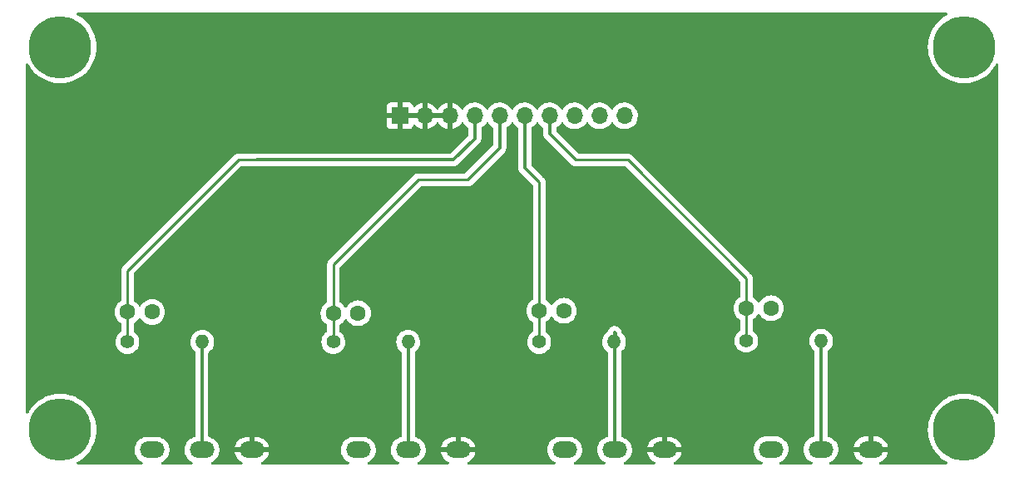
<source format=gtl>
%TF.GenerationSoftware,KiCad,Pcbnew,(6.0.1)*%
%TF.CreationDate,2022-10-05T12:08:28-04:00*%
%TF.ProjectId,MOD-CTL-POTS,4d4f442d-4354-44c2-9d50-4f54532e6b69,rev?*%
%TF.SameCoordinates,Original*%
%TF.FileFunction,Copper,L1,Top*%
%TF.FilePolarity,Positive*%
%FSLAX46Y46*%
G04 Gerber Fmt 4.6, Leading zero omitted, Abs format (unit mm)*
G04 Created by KiCad (PCBNEW (6.0.1)) date 2022-10-05 12:08:28*
%MOMM*%
%LPD*%
G01*
G04 APERTURE LIST*
%TA.AperFunction,ComponentPad*%
%ADD10C,6.350000*%
%TD*%
%TA.AperFunction,ComponentPad*%
%ADD11C,1.600000*%
%TD*%
%TA.AperFunction,ComponentPad*%
%ADD12C,1.400000*%
%TD*%
%TA.AperFunction,ComponentPad*%
%ADD13O,1.400000X1.400000*%
%TD*%
%TA.AperFunction,ComponentPad*%
%ADD14O,2.540000X1.651000*%
%TD*%
%TA.AperFunction,ComponentPad*%
%ADD15R,1.700000X1.700000*%
%TD*%
%TA.AperFunction,ComponentPad*%
%ADD16O,1.700000X1.700000*%
%TD*%
%TA.AperFunction,Conductor*%
%ADD17C,0.250000*%
%TD*%
%TA.AperFunction,Conductor*%
%ADD18C,0.304800*%
%TD*%
G04 APERTURE END LIST*
D10*
%TO.P,MTG1,1*%
%TO.N,N/C*%
X94000000Y-83000000D03*
%TD*%
D11*
%TO.P,C4,1*%
%TO.N,/POT4*%
X163850000Y-70612000D03*
%TO.P,C4,2*%
%TO.N,GND*%
X166350000Y-70612000D03*
%TD*%
%TO.P,C3,1*%
%TO.N,/POT3*%
X142768000Y-70866000D03*
%TO.P,C3,2*%
%TO.N,GND*%
X145268000Y-70866000D03*
%TD*%
D12*
%TO.P,R2,1*%
%TO.N,/POT2*%
X121793000Y-74041000D03*
D13*
%TO.P,R2,2*%
%TO.N,Net-(R2-Pad2)*%
X129413000Y-74041000D03*
%TD*%
D14*
%TO.P,RV1,1,1*%
%TO.N,VCC*%
X113500002Y-85039987D03*
%TO.P,RV1,2,2*%
%TO.N,Net-(R1-Pad2)*%
X108420002Y-85039987D03*
%TO.P,RV1,3,3*%
%TO.N,GND*%
X103340002Y-85039987D03*
%TD*%
D10*
%TO.P,MTG3,1*%
%TO.N,N/C*%
X94000000Y-44000000D03*
%TD*%
D15*
%TO.P,J1,1,Pin_1*%
%TO.N,VCC*%
X128575000Y-51000000D03*
D16*
%TO.P,J1,2,Pin_2*%
X131115000Y-51000000D03*
%TO.P,J1,3,Pin_3*%
X133655000Y-51000000D03*
%TO.P,J1,4,Pin_4*%
%TO.N,/POT1*%
X136195000Y-51000000D03*
%TO.P,J1,5,Pin_5*%
%TO.N,/POT2*%
X138735000Y-51000000D03*
%TO.P,J1,6,Pin_6*%
%TO.N,/POT3*%
X141275000Y-51000000D03*
%TO.P,J1,7,Pin_7*%
%TO.N,/POT4*%
X143815000Y-51000000D03*
%TO.P,J1,8,Pin_8*%
%TO.N,GND*%
X146355000Y-51000000D03*
%TO.P,J1,9,Pin_9*%
X148895000Y-51000000D03*
%TO.P,J1,10,Pin_10*%
X151435000Y-51000000D03*
%TD*%
D14*
%TO.P,RV4,1,1*%
%TO.N,VCC*%
X176500003Y-85000008D03*
%TO.P,RV4,2,2*%
%TO.N,Net-(R4-Pad2)*%
X171420003Y-85000008D03*
%TO.P,RV4,3,3*%
%TO.N,GND*%
X166340003Y-85000008D03*
%TD*%
D11*
%TO.P,C1,1*%
%TO.N,/POT1*%
X100858000Y-70993000D03*
%TO.P,C1,2*%
%TO.N,GND*%
X103358000Y-70993000D03*
%TD*%
D14*
%TO.P,RV2,1,1*%
%TO.N,VCC*%
X134500010Y-85039987D03*
%TO.P,RV2,2,2*%
%TO.N,Net-(R2-Pad2)*%
X129420010Y-85039987D03*
%TO.P,RV2,3,3*%
%TO.N,GND*%
X124340010Y-85039987D03*
%TD*%
D12*
%TO.P,R4,1*%
%TO.N,/POT4*%
X163830000Y-73914000D03*
D13*
%TO.P,R4,2*%
%TO.N,Net-(R4-Pad2)*%
X171450000Y-73914000D03*
%TD*%
D14*
%TO.P,RV3,1,1*%
%TO.N,VCC*%
X155499994Y-85039987D03*
%TO.P,RV3,2,2*%
%TO.N,Net-(R3-Pad2)*%
X150419994Y-85039987D03*
%TO.P,RV3,3,3*%
%TO.N,GND*%
X145339994Y-85039987D03*
%TD*%
D12*
%TO.P,R3,1*%
%TO.N,/POT3*%
X142748000Y-74041000D03*
D13*
%TO.P,R3,2*%
%TO.N,Net-(R3-Pad2)*%
X150368000Y-74041000D03*
%TD*%
D11*
%TO.P,C2,1*%
%TO.N,/POT2*%
X121813000Y-71120000D03*
%TO.P,C2,2*%
%TO.N,GND*%
X124313000Y-71120000D03*
%TD*%
D10*
%TO.P,MTG2,1*%
%TO.N,N/C*%
X186000000Y-83000000D03*
%TD*%
%TO.P,MTG4,1*%
%TO.N,N/C*%
X186000000Y-44000000D03*
%TD*%
D12*
%TO.P,R1,1*%
%TO.N,/POT1*%
X100838000Y-74041000D03*
D13*
%TO.P,R1,2*%
%TO.N,Net-(R1-Pad2)*%
X108458000Y-74041000D03*
%TD*%
D17*
%TO.N,/POT4*%
X163850000Y-67584000D02*
X151766000Y-55500000D01*
X151766000Y-55500000D02*
X146500000Y-55500000D01*
X163850000Y-70612000D02*
X163850000Y-67584000D01*
X163830000Y-70632000D02*
X163850000Y-70612000D01*
X163830000Y-73914000D02*
X163830000Y-70632000D01*
%TO.N,/POT3*%
X142768000Y-57768000D02*
X141275000Y-56275000D01*
X142768000Y-70866000D02*
X142768000Y-57768000D01*
X142748000Y-70886000D02*
X142768000Y-70866000D01*
X142748000Y-74041000D02*
X142748000Y-70886000D01*
%TO.N,/POT2*%
X121793000Y-71140000D02*
X121813000Y-71120000D01*
X121793000Y-74041000D02*
X121793000Y-71140000D01*
X130460000Y-57500000D02*
X135500000Y-57500000D01*
X121813000Y-66147000D02*
X130460000Y-57500000D01*
X121813000Y-71120000D02*
X121813000Y-66147000D01*
%TO.N,/POT1*%
X112140000Y-55500000D02*
X114172000Y-55500000D01*
X100858000Y-66782000D02*
X112140000Y-55500000D01*
D18*
X114172000Y-55500000D02*
X134000000Y-55500000D01*
X114000000Y-55500000D02*
X114172000Y-55500000D01*
D17*
X100858000Y-70993000D02*
X100858000Y-66782000D01*
X100838000Y-71013000D02*
X100858000Y-70993000D01*
X100838000Y-74041000D02*
X100838000Y-71013000D01*
D18*
%TO.N,Net-(R1-Pad2)*%
X108420000Y-85040000D02*
X108420000Y-73890000D01*
%TO.N,Net-(R2-Pad2)*%
X129420000Y-85040000D02*
X129420000Y-73890000D01*
%TO.N,Net-(R3-Pad2)*%
X150420000Y-73080000D02*
X150500000Y-73160000D01*
X150500000Y-73160000D02*
X150500000Y-74000000D01*
X150420000Y-85040000D02*
X150420000Y-73080000D01*
%TO.N,Net-(R4-Pad2)*%
X171420000Y-85000000D02*
X171420000Y-74080000D01*
%TO.N,/POT1*%
X136195000Y-53305000D02*
X136195000Y-51000000D01*
X134000000Y-55500000D02*
X136195000Y-53305000D01*
%TO.N,/POT2*%
X138735000Y-54265000D02*
X138735000Y-51000000D01*
X135500000Y-57500000D02*
X138735000Y-54265000D01*
%TO.N,/POT3*%
X141275000Y-56275000D02*
X141275000Y-51000000D01*
X142500000Y-57500000D02*
X141275000Y-56275000D01*
%TO.N,/POT4*%
X143815000Y-52815000D02*
X146500000Y-55500000D01*
X143815000Y-51000000D02*
X143815000Y-52815000D01*
%TD*%
%TA.AperFunction,Conductor*%
%TO.N,VCC*%
G36*
X184283123Y-40528002D02*
G01*
X184329616Y-40581658D01*
X184339720Y-40651932D01*
X184310226Y-40716512D01*
X184272205Y-40746267D01*
X184155723Y-40805618D01*
X183831922Y-41015896D01*
X183531875Y-41258869D01*
X183258869Y-41531875D01*
X183015896Y-41831922D01*
X182805618Y-42155723D01*
X182630337Y-42499730D01*
X182491976Y-42860174D01*
X182392049Y-43233106D01*
X182391533Y-43236367D01*
X182332873Y-43606728D01*
X182331651Y-43614441D01*
X182311445Y-44000000D01*
X182331651Y-44385559D01*
X182392049Y-44766894D01*
X182491976Y-45139826D01*
X182630337Y-45500270D01*
X182631835Y-45503210D01*
X182804119Y-45841335D01*
X182805618Y-45844277D01*
X183015896Y-46168078D01*
X183258869Y-46468125D01*
X183531875Y-46741131D01*
X183831922Y-46984104D01*
X184155722Y-47194382D01*
X184158656Y-47195877D01*
X184158663Y-47195881D01*
X184496790Y-47368165D01*
X184499730Y-47369663D01*
X184860174Y-47508024D01*
X185233106Y-47607951D01*
X185435643Y-47640030D01*
X185611193Y-47667835D01*
X185611201Y-47667836D01*
X185614441Y-47668349D01*
X186000000Y-47688555D01*
X186385559Y-47668349D01*
X186388799Y-47667836D01*
X186388807Y-47667835D01*
X186564357Y-47640030D01*
X186766894Y-47607951D01*
X187139826Y-47508024D01*
X187500270Y-47369663D01*
X187503210Y-47368165D01*
X187841337Y-47195881D01*
X187841344Y-47195877D01*
X187844278Y-47194382D01*
X188168078Y-46984104D01*
X188468125Y-46741131D01*
X188741131Y-46468125D01*
X188984104Y-46168078D01*
X189194382Y-45844277D01*
X189253733Y-45727795D01*
X189302482Y-45676180D01*
X189371397Y-45659114D01*
X189438598Y-45682015D01*
X189482750Y-45737613D01*
X189492000Y-45784998D01*
X189492000Y-81215002D01*
X189471998Y-81283123D01*
X189418342Y-81329616D01*
X189348068Y-81339720D01*
X189283488Y-81310226D01*
X189253733Y-81272205D01*
X189195881Y-81158665D01*
X189194382Y-81155723D01*
X188984104Y-80831922D01*
X188741131Y-80531875D01*
X188468125Y-80258869D01*
X188168078Y-80015896D01*
X187844278Y-79805618D01*
X187841344Y-79804123D01*
X187841337Y-79804119D01*
X187503210Y-79631835D01*
X187500270Y-79630337D01*
X187139826Y-79491976D01*
X186766894Y-79392049D01*
X186564357Y-79359970D01*
X186388807Y-79332165D01*
X186388799Y-79332164D01*
X186385559Y-79331651D01*
X186000000Y-79311445D01*
X185614441Y-79331651D01*
X185611201Y-79332164D01*
X185611193Y-79332165D01*
X185435643Y-79359970D01*
X185233106Y-79392049D01*
X184860174Y-79491976D01*
X184499730Y-79630337D01*
X184496790Y-79631835D01*
X184158664Y-79804119D01*
X184158657Y-79804123D01*
X184155723Y-79805618D01*
X183831922Y-80015896D01*
X183531875Y-80258869D01*
X183258869Y-80531875D01*
X183015896Y-80831922D01*
X182805618Y-81155723D01*
X182804123Y-81158657D01*
X182804119Y-81158664D01*
X182746267Y-81272205D01*
X182630337Y-81499730D01*
X182491976Y-81860174D01*
X182392049Y-82233106D01*
X182331651Y-82614441D01*
X182311445Y-83000000D01*
X182331651Y-83385559D01*
X182332164Y-83388799D01*
X182332165Y-83388807D01*
X182359970Y-83564357D01*
X182392049Y-83766894D01*
X182491976Y-84139826D01*
X182493161Y-84142914D01*
X182493162Y-84142916D01*
X182507103Y-84179233D01*
X182630337Y-84500270D01*
X182631835Y-84503210D01*
X182775918Y-84785987D01*
X182805618Y-84844277D01*
X183015896Y-85168078D01*
X183258869Y-85468125D01*
X183531875Y-85741131D01*
X183831922Y-85984104D01*
X183834697Y-85985906D01*
X184105897Y-86162025D01*
X184155722Y-86194382D01*
X184158656Y-86195877D01*
X184158663Y-86195881D01*
X184272205Y-86253733D01*
X184323820Y-86302481D01*
X184340886Y-86371396D01*
X184317985Y-86438598D01*
X184262388Y-86482750D01*
X184215002Y-86492000D01*
X177468596Y-86492000D01*
X177400475Y-86471998D01*
X177353982Y-86418342D01*
X177343878Y-86348068D01*
X177373372Y-86283488D01*
X177415346Y-86251805D01*
X177608813Y-86161590D01*
X177618309Y-86156107D01*
X177800424Y-86028589D01*
X177808832Y-86021533D01*
X177966028Y-85864337D01*
X177973084Y-85855929D01*
X178100602Y-85673814D01*
X178106085Y-85664318D01*
X178200047Y-85462816D01*
X178203793Y-85452524D01*
X178252297Y-85271505D01*
X178251961Y-85257409D01*
X178244019Y-85254008D01*
X174761136Y-85254008D01*
X174747605Y-85257981D01*
X174746376Y-85266530D01*
X174796213Y-85452524D01*
X174799959Y-85462816D01*
X174893921Y-85664318D01*
X174899404Y-85673814D01*
X175026922Y-85855929D01*
X175033978Y-85864337D01*
X175191174Y-86021533D01*
X175199582Y-86028589D01*
X175381697Y-86156107D01*
X175391193Y-86161590D01*
X175584660Y-86251805D01*
X175637945Y-86298722D01*
X175657406Y-86367000D01*
X175636864Y-86434960D01*
X175582841Y-86481025D01*
X175531410Y-86492000D01*
X172389780Y-86492000D01*
X172321659Y-86471998D01*
X172275166Y-86418342D01*
X172265062Y-86348068D01*
X172294556Y-86283488D01*
X172336530Y-86251805D01*
X172529064Y-86162025D01*
X172529069Y-86162022D01*
X172534051Y-86159699D01*
X172663650Y-86068953D01*
X172720746Y-86028974D01*
X172720749Y-86028972D01*
X172725257Y-86025815D01*
X172890310Y-85860762D01*
X172996201Y-85709535D01*
X173021037Y-85674065D01*
X173021038Y-85674063D01*
X173024194Y-85669556D01*
X173026517Y-85664574D01*
X173026520Y-85664569D01*
X173120519Y-85462988D01*
X173120520Y-85462986D01*
X173122842Y-85458006D01*
X173166791Y-85293987D01*
X173181831Y-85237855D01*
X173181831Y-85237853D01*
X173183255Y-85232540D01*
X173203599Y-85000008D01*
X173183255Y-84767476D01*
X173176732Y-84743132D01*
X173172814Y-84728511D01*
X174747709Y-84728511D01*
X174748045Y-84742607D01*
X174755987Y-84746008D01*
X176227888Y-84746008D01*
X176243127Y-84741533D01*
X176244332Y-84740143D01*
X176246003Y-84732460D01*
X176246003Y-84727893D01*
X176754003Y-84727893D01*
X176758478Y-84743132D01*
X176759868Y-84744337D01*
X176767551Y-84746008D01*
X178238870Y-84746008D01*
X178252401Y-84742035D01*
X178253630Y-84733486D01*
X178203793Y-84547492D01*
X178200047Y-84537200D01*
X178106085Y-84335698D01*
X178100602Y-84326202D01*
X177973084Y-84144087D01*
X177966028Y-84135679D01*
X177808832Y-83978483D01*
X177800424Y-83971427D01*
X177618309Y-83843909D01*
X177608813Y-83838426D01*
X177407311Y-83744464D01*
X177397019Y-83740718D01*
X177182260Y-83683174D01*
X177171467Y-83681271D01*
X177005453Y-83666746D01*
X176999988Y-83666508D01*
X176772118Y-83666508D01*
X176756879Y-83670983D01*
X176755674Y-83672373D01*
X176754003Y-83680056D01*
X176754003Y-84727893D01*
X176246003Y-84727893D01*
X176246003Y-83684623D01*
X176241528Y-83669384D01*
X176240138Y-83668179D01*
X176232455Y-83666508D01*
X176000018Y-83666508D01*
X175994553Y-83666746D01*
X175828539Y-83681271D01*
X175817746Y-83683174D01*
X175602987Y-83740718D01*
X175592695Y-83744464D01*
X175391193Y-83838426D01*
X175381697Y-83843909D01*
X175199582Y-83971427D01*
X175191174Y-83978483D01*
X175033978Y-84135679D01*
X175026922Y-84144087D01*
X174899404Y-84326202D01*
X174893921Y-84335698D01*
X174799959Y-84537200D01*
X174796213Y-84547492D01*
X174747709Y-84728511D01*
X173172814Y-84728511D01*
X173124265Y-84547320D01*
X173124264Y-84547318D01*
X173122842Y-84542010D01*
X173101940Y-84497185D01*
X173026520Y-84335447D01*
X173026517Y-84335442D01*
X173024194Y-84330460D01*
X172921688Y-84184066D01*
X172893469Y-84143765D01*
X172893467Y-84143762D01*
X172890310Y-84139254D01*
X172725257Y-83974201D01*
X172720749Y-83971044D01*
X172720746Y-83971042D01*
X172538560Y-83843474D01*
X172538558Y-83843473D01*
X172534051Y-83840317D01*
X172529069Y-83837994D01*
X172529064Y-83837991D01*
X172327483Y-83743992D01*
X172327481Y-83743991D01*
X172322501Y-83741669D01*
X172317193Y-83740247D01*
X172317191Y-83740246D01*
X172174289Y-83701956D01*
X172113666Y-83665004D01*
X172082645Y-83601144D01*
X172080900Y-83580249D01*
X172080900Y-75013137D01*
X172100902Y-74945016D01*
X172134629Y-74909924D01*
X172225265Y-74846460D01*
X172225268Y-74846458D01*
X172229776Y-74843301D01*
X172379301Y-74693776D01*
X172500589Y-74520558D01*
X172589956Y-74328910D01*
X172610657Y-74251655D01*
X172643262Y-74129970D01*
X172643262Y-74129968D01*
X172644686Y-74124655D01*
X172663116Y-73914000D01*
X172644686Y-73703345D01*
X172643262Y-73698030D01*
X172591379Y-73504400D01*
X172591378Y-73504398D01*
X172589956Y-73499090D01*
X172559810Y-73434442D01*
X172502912Y-73312423D01*
X172502910Y-73312420D01*
X172500589Y-73307442D01*
X172379301Y-73134224D01*
X172229776Y-72984699D01*
X172056558Y-72863411D01*
X172051580Y-72861090D01*
X172051577Y-72861088D01*
X171869892Y-72776367D01*
X171869891Y-72776366D01*
X171864910Y-72774044D01*
X171859602Y-72772622D01*
X171859600Y-72772621D01*
X171665970Y-72720738D01*
X171665968Y-72720738D01*
X171660655Y-72719314D01*
X171450000Y-72700884D01*
X171239345Y-72719314D01*
X171234032Y-72720738D01*
X171234030Y-72720738D01*
X171040400Y-72772621D01*
X171040398Y-72772622D01*
X171035090Y-72774044D01*
X171030109Y-72776366D01*
X171030108Y-72776367D01*
X170848423Y-72861088D01*
X170848420Y-72861090D01*
X170843442Y-72863411D01*
X170670224Y-72984699D01*
X170520699Y-73134224D01*
X170399411Y-73307442D01*
X170397090Y-73312420D01*
X170397088Y-73312423D01*
X170340190Y-73434442D01*
X170310044Y-73499090D01*
X170308622Y-73504398D01*
X170308621Y-73504400D01*
X170256738Y-73698030D01*
X170255314Y-73703345D01*
X170236884Y-73914000D01*
X170255314Y-74124655D01*
X170256738Y-74129968D01*
X170256738Y-74129970D01*
X170289344Y-74251655D01*
X170310044Y-74328910D01*
X170399411Y-74520558D01*
X170520699Y-74693776D01*
X170670224Y-74843301D01*
X170674727Y-74846454D01*
X170705370Y-74867910D01*
X170749699Y-74923367D01*
X170759100Y-74971124D01*
X170759100Y-83580251D01*
X170739098Y-83648372D01*
X170685442Y-83694865D01*
X170665715Y-83701956D01*
X170570954Y-83727348D01*
X170522815Y-83740246D01*
X170522813Y-83740247D01*
X170517505Y-83741669D01*
X170512525Y-83743991D01*
X170512523Y-83743992D01*
X170310942Y-83837991D01*
X170310937Y-83837994D01*
X170305955Y-83840317D01*
X170301448Y-83843473D01*
X170301446Y-83843474D01*
X170119260Y-83971042D01*
X170119257Y-83971044D01*
X170114749Y-83974201D01*
X169949696Y-84139254D01*
X169946539Y-84143762D01*
X169946537Y-84143765D01*
X169918318Y-84184066D01*
X169815812Y-84330460D01*
X169813489Y-84335442D01*
X169813486Y-84335447D01*
X169738066Y-84497185D01*
X169717164Y-84542010D01*
X169715742Y-84547318D01*
X169715741Y-84547320D01*
X169663274Y-84743132D01*
X169656751Y-84767476D01*
X169636407Y-85000008D01*
X169656751Y-85232540D01*
X169658175Y-85237853D01*
X169658175Y-85237855D01*
X169673216Y-85293987D01*
X169717164Y-85458006D01*
X169719486Y-85462986D01*
X169719487Y-85462988D01*
X169813486Y-85664569D01*
X169813489Y-85664574D01*
X169815812Y-85669556D01*
X169818968Y-85674063D01*
X169818969Y-85674065D01*
X169843806Y-85709535D01*
X169949696Y-85860762D01*
X170114749Y-86025815D01*
X170119257Y-86028972D01*
X170119260Y-86028974D01*
X170176356Y-86068953D01*
X170305955Y-86159699D01*
X170310937Y-86162022D01*
X170310942Y-86162025D01*
X170503476Y-86251805D01*
X170556761Y-86298723D01*
X170576222Y-86367000D01*
X170555680Y-86434960D01*
X170501657Y-86481025D01*
X170450226Y-86492000D01*
X167309780Y-86492000D01*
X167241659Y-86471998D01*
X167195166Y-86418342D01*
X167185062Y-86348068D01*
X167214556Y-86283488D01*
X167256530Y-86251805D01*
X167449064Y-86162025D01*
X167449069Y-86162022D01*
X167454051Y-86159699D01*
X167583650Y-86068953D01*
X167640746Y-86028974D01*
X167640749Y-86028972D01*
X167645257Y-86025815D01*
X167810310Y-85860762D01*
X167916201Y-85709535D01*
X167941037Y-85674065D01*
X167941038Y-85674063D01*
X167944194Y-85669556D01*
X167946517Y-85664574D01*
X167946520Y-85664569D01*
X168040519Y-85462988D01*
X168040520Y-85462986D01*
X168042842Y-85458006D01*
X168086791Y-85293987D01*
X168101831Y-85237855D01*
X168101831Y-85237853D01*
X168103255Y-85232540D01*
X168123599Y-85000008D01*
X168103255Y-84767476D01*
X168096732Y-84743132D01*
X168044265Y-84547320D01*
X168044264Y-84547318D01*
X168042842Y-84542010D01*
X168021940Y-84497185D01*
X167946520Y-84335447D01*
X167946517Y-84335442D01*
X167944194Y-84330460D01*
X167841688Y-84184066D01*
X167813469Y-84143765D01*
X167813467Y-84143762D01*
X167810310Y-84139254D01*
X167645257Y-83974201D01*
X167640749Y-83971044D01*
X167640746Y-83971042D01*
X167458560Y-83843474D01*
X167458558Y-83843473D01*
X167454051Y-83840317D01*
X167449069Y-83837994D01*
X167449064Y-83837991D01*
X167247483Y-83743992D01*
X167247481Y-83743991D01*
X167242501Y-83741669D01*
X167237193Y-83740247D01*
X167237191Y-83740246D01*
X167022350Y-83682680D01*
X167022348Y-83682680D01*
X167017035Y-83681256D01*
X166915452Y-83672369D01*
X166845474Y-83666246D01*
X166845467Y-83666246D01*
X166842750Y-83666008D01*
X165837256Y-83666008D01*
X165834539Y-83666246D01*
X165834532Y-83666246D01*
X165764554Y-83672369D01*
X165662971Y-83681256D01*
X165657658Y-83682680D01*
X165657656Y-83682680D01*
X165442815Y-83740246D01*
X165442813Y-83740247D01*
X165437505Y-83741669D01*
X165432525Y-83743991D01*
X165432523Y-83743992D01*
X165230942Y-83837991D01*
X165230937Y-83837994D01*
X165225955Y-83840317D01*
X165221448Y-83843473D01*
X165221446Y-83843474D01*
X165039260Y-83971042D01*
X165039257Y-83971044D01*
X165034749Y-83974201D01*
X164869696Y-84139254D01*
X164866539Y-84143762D01*
X164866537Y-84143765D01*
X164838318Y-84184066D01*
X164735812Y-84330460D01*
X164733489Y-84335442D01*
X164733486Y-84335447D01*
X164658066Y-84497185D01*
X164637164Y-84542010D01*
X164635742Y-84547318D01*
X164635741Y-84547320D01*
X164583274Y-84743132D01*
X164576751Y-84767476D01*
X164556407Y-85000008D01*
X164576751Y-85232540D01*
X164578175Y-85237853D01*
X164578175Y-85237855D01*
X164593216Y-85293987D01*
X164637164Y-85458006D01*
X164639486Y-85462986D01*
X164639487Y-85462988D01*
X164733486Y-85664569D01*
X164733489Y-85664574D01*
X164735812Y-85669556D01*
X164738968Y-85674063D01*
X164738969Y-85674065D01*
X164763806Y-85709535D01*
X164869696Y-85860762D01*
X165034749Y-86025815D01*
X165039257Y-86028972D01*
X165039260Y-86028974D01*
X165096356Y-86068953D01*
X165225955Y-86159699D01*
X165230937Y-86162022D01*
X165230942Y-86162025D01*
X165423476Y-86251805D01*
X165476761Y-86298723D01*
X165496222Y-86367000D01*
X165475680Y-86434960D01*
X165421657Y-86481025D01*
X165370226Y-86492000D01*
X156554322Y-86492000D01*
X156486201Y-86471998D01*
X156439708Y-86418342D01*
X156429604Y-86348068D01*
X156459098Y-86283488D01*
X156501072Y-86251805D01*
X156608804Y-86201569D01*
X156618300Y-86196086D01*
X156800415Y-86068568D01*
X156808823Y-86061512D01*
X156966019Y-85904316D01*
X156973075Y-85895908D01*
X157100593Y-85713793D01*
X157106076Y-85704297D01*
X157200038Y-85502795D01*
X157203784Y-85492503D01*
X157252288Y-85311484D01*
X157251952Y-85297388D01*
X157244010Y-85293987D01*
X153761127Y-85293987D01*
X153747596Y-85297960D01*
X153746367Y-85306509D01*
X153796204Y-85492503D01*
X153799950Y-85502795D01*
X153893912Y-85704297D01*
X153899395Y-85713793D01*
X154026913Y-85895908D01*
X154033969Y-85904316D01*
X154191165Y-86061512D01*
X154199573Y-86068568D01*
X154381688Y-86196086D01*
X154391184Y-86201569D01*
X154498916Y-86251805D01*
X154552201Y-86298723D01*
X154571662Y-86367000D01*
X154551120Y-86434960D01*
X154497097Y-86481025D01*
X154445666Y-86492000D01*
X151475506Y-86492000D01*
X151407385Y-86471998D01*
X151360892Y-86418342D01*
X151350788Y-86348068D01*
X151380282Y-86283488D01*
X151422256Y-86251805D01*
X151529055Y-86202004D01*
X151529060Y-86202001D01*
X151534042Y-86199678D01*
X151539465Y-86195881D01*
X151720737Y-86068953D01*
X151720740Y-86068951D01*
X151725248Y-86065794D01*
X151890301Y-85900741D01*
X151915792Y-85864337D01*
X152021028Y-85714044D01*
X152021029Y-85714042D01*
X152024185Y-85709535D01*
X152026508Y-85704553D01*
X152026511Y-85704548D01*
X152120510Y-85502967D01*
X152120511Y-85502965D01*
X152122833Y-85497985D01*
X152132211Y-85462988D01*
X152181822Y-85277834D01*
X152181822Y-85277832D01*
X152183246Y-85272519D01*
X152203590Y-85039987D01*
X152183246Y-84807455D01*
X152176723Y-84783111D01*
X152172805Y-84768490D01*
X153747700Y-84768490D01*
X153748036Y-84782586D01*
X153755978Y-84785987D01*
X155227879Y-84785987D01*
X155243118Y-84781512D01*
X155244323Y-84780122D01*
X155245994Y-84772439D01*
X155245994Y-84767872D01*
X155753994Y-84767872D01*
X155758469Y-84783111D01*
X155759859Y-84784316D01*
X155767542Y-84785987D01*
X157238861Y-84785987D01*
X157252392Y-84782014D01*
X157253621Y-84773465D01*
X157203784Y-84587471D01*
X157200038Y-84577179D01*
X157106076Y-84375677D01*
X157100593Y-84366181D01*
X156973075Y-84184066D01*
X156966019Y-84175658D01*
X156808823Y-84018462D01*
X156800415Y-84011406D01*
X156618300Y-83883888D01*
X156608804Y-83878405D01*
X156407302Y-83784443D01*
X156397010Y-83780697D01*
X156182251Y-83723153D01*
X156171458Y-83721250D01*
X156005444Y-83706725D01*
X155999979Y-83706487D01*
X155772109Y-83706487D01*
X155756870Y-83710962D01*
X155755665Y-83712352D01*
X155753994Y-83720035D01*
X155753994Y-84767872D01*
X155245994Y-84767872D01*
X155245994Y-83724602D01*
X155241519Y-83709363D01*
X155240129Y-83708158D01*
X155232446Y-83706487D01*
X155000009Y-83706487D01*
X154994544Y-83706725D01*
X154828530Y-83721250D01*
X154817737Y-83723153D01*
X154602978Y-83780697D01*
X154592686Y-83784443D01*
X154391184Y-83878405D01*
X154381688Y-83883888D01*
X154199573Y-84011406D01*
X154191165Y-84018462D01*
X154033969Y-84175658D01*
X154026913Y-84184066D01*
X153899395Y-84366181D01*
X153893912Y-84375677D01*
X153799950Y-84577179D01*
X153796204Y-84587471D01*
X153747700Y-84768490D01*
X152172805Y-84768490D01*
X152124256Y-84587299D01*
X152124255Y-84587297D01*
X152122833Y-84581989D01*
X152106747Y-84547492D01*
X152026511Y-84375426D01*
X152026508Y-84375421D01*
X152024185Y-84370439D01*
X151999859Y-84335698D01*
X151893460Y-84183744D01*
X151893458Y-84183741D01*
X151890301Y-84179233D01*
X151725248Y-84014180D01*
X151720740Y-84011023D01*
X151720737Y-84011021D01*
X151538551Y-83883453D01*
X151538549Y-83883452D01*
X151534042Y-83880296D01*
X151529060Y-83877973D01*
X151529055Y-83877970D01*
X151327474Y-83783971D01*
X151327472Y-83783970D01*
X151322492Y-83781648D01*
X151317184Y-83780226D01*
X151317182Y-83780225D01*
X151174289Y-83741937D01*
X151113666Y-83704985D01*
X151082645Y-83641124D01*
X151080900Y-83620230D01*
X151080900Y-75082720D01*
X151100902Y-75014599D01*
X151134627Y-74979508D01*
X151147776Y-74970301D01*
X151297301Y-74820776D01*
X151418589Y-74647558D01*
X151475710Y-74525063D01*
X151505633Y-74460892D01*
X151505634Y-74460891D01*
X151507956Y-74455910D01*
X151543409Y-74323600D01*
X151561262Y-74256970D01*
X151561262Y-74256968D01*
X151562686Y-74251655D01*
X151581116Y-74041000D01*
X151562686Y-73830345D01*
X151530125Y-73708825D01*
X151509379Y-73631400D01*
X151509378Y-73631398D01*
X151507956Y-73626090D01*
X151418589Y-73434442D01*
X151297301Y-73261224D01*
X151193783Y-73157706D01*
X151158754Y-73090275D01*
X151154632Y-73066658D01*
X151153669Y-73060131D01*
X151147450Y-73008738D01*
X151147450Y-73008736D01*
X151146537Y-73001195D01*
X151143851Y-72994087D01*
X151142140Y-72987121D01*
X151140721Y-72981932D01*
X151138644Y-72975053D01*
X151137339Y-72967576D01*
X151126852Y-72943685D01*
X151122441Y-72933637D01*
X151113476Y-72913215D01*
X151110985Y-72907111D01*
X151092679Y-72858664D01*
X151092678Y-72858662D01*
X151089994Y-72851559D01*
X151085694Y-72845302D01*
X151082360Y-72838925D01*
X151079760Y-72834255D01*
X151076095Y-72828058D01*
X151073042Y-72821103D01*
X151064598Y-72810098D01*
X151036894Y-72773995D01*
X151033016Y-72768657D01*
X151003691Y-72725988D01*
X151003689Y-72725986D01*
X150999389Y-72719729D01*
X150992478Y-72713571D01*
X150956177Y-72681229D01*
X150950900Y-72676247D01*
X150938583Y-72663930D01*
X150923837Y-72646201D01*
X150923690Y-72645987D01*
X150923689Y-72645986D01*
X150919389Y-72639729D01*
X150876172Y-72601224D01*
X150870897Y-72596244D01*
X150858963Y-72584310D01*
X150855971Y-72581964D01*
X150855962Y-72581956D01*
X150847279Y-72575148D01*
X150841221Y-72570084D01*
X150799955Y-72533317D01*
X150791341Y-72528756D01*
X150772553Y-72516554D01*
X150770858Y-72515225D01*
X150770857Y-72515225D01*
X150764879Y-72510537D01*
X150714486Y-72487784D01*
X150707437Y-72484331D01*
X150658585Y-72458465D01*
X150651223Y-72456616D01*
X150651216Y-72456613D01*
X150649122Y-72456087D01*
X150627980Y-72448725D01*
X150626012Y-72447837D01*
X150626011Y-72447837D01*
X150619088Y-72444711D01*
X150611622Y-72443327D01*
X150611621Y-72443327D01*
X150564770Y-72434644D01*
X150557035Y-72432958D01*
X150524430Y-72424768D01*
X150503441Y-72419496D01*
X150495844Y-72419456D01*
X150495842Y-72419456D01*
X150494299Y-72419448D01*
X150493692Y-72419445D01*
X150471394Y-72417338D01*
X150461803Y-72415560D01*
X150454222Y-72415997D01*
X150454221Y-72415997D01*
X150406642Y-72418740D01*
X150398731Y-72418947D01*
X150372849Y-72418812D01*
X150343480Y-72418658D01*
X150336094Y-72420431D01*
X150336089Y-72420432D01*
X150333994Y-72420935D01*
X150311838Y-72424207D01*
X150311351Y-72424235D01*
X150302106Y-72424768D01*
X150275286Y-72433019D01*
X150249300Y-72441013D01*
X150241665Y-72443102D01*
X150222629Y-72447672D01*
X150187937Y-72456001D01*
X150181190Y-72459483D01*
X150181188Y-72459484D01*
X150179274Y-72460472D01*
X150158541Y-72468933D01*
X150149213Y-72471803D01*
X150142697Y-72475703D01*
X150142692Y-72475705D01*
X150101794Y-72500182D01*
X150094878Y-72504031D01*
X150052542Y-72525882D01*
X150052533Y-72525888D01*
X150045791Y-72529368D01*
X150038438Y-72535782D01*
X150020327Y-72548940D01*
X150011955Y-72553951D01*
X149972673Y-72592824D01*
X149966885Y-72598202D01*
X149963420Y-72601225D01*
X149925248Y-72634524D01*
X149920880Y-72640739D01*
X149920879Y-72640740D01*
X149919640Y-72642503D01*
X149905184Y-72659609D01*
X149898253Y-72666468D01*
X149869381Y-72713583D01*
X149865043Y-72720186D01*
X149837640Y-72759176D01*
X149837636Y-72759183D01*
X149833269Y-72765397D01*
X149830509Y-72772477D01*
X149830507Y-72772480D01*
X149829724Y-72774488D01*
X149819769Y-72794542D01*
X149818646Y-72796375D01*
X149814673Y-72802859D01*
X149806534Y-72828363D01*
X149797874Y-72855496D01*
X149795233Y-72862953D01*
X149775162Y-72914434D01*
X149774171Y-72921962D01*
X149774170Y-72921965D01*
X149773888Y-72924110D01*
X149769003Y-72945963D01*
X149766039Y-72955250D01*
X149766039Y-72955251D01*
X149762931Y-72954259D01*
X149737205Y-73004326D01*
X149718170Y-73020710D01*
X149588224Y-73111699D01*
X149438699Y-73261224D01*
X149317411Y-73434442D01*
X149228044Y-73626090D01*
X149226622Y-73631398D01*
X149226621Y-73631400D01*
X149205875Y-73708825D01*
X149173314Y-73830345D01*
X149154884Y-74041000D01*
X149173314Y-74251655D01*
X149174738Y-74256968D01*
X149174738Y-74256970D01*
X149192592Y-74323600D01*
X149228044Y-74455910D01*
X149230366Y-74460891D01*
X149230367Y-74460892D01*
X149260291Y-74525063D01*
X149317411Y-74647558D01*
X149438699Y-74820776D01*
X149588224Y-74970301D01*
X149696487Y-75046107D01*
X149705370Y-75052327D01*
X149749699Y-75107784D01*
X149759100Y-75155540D01*
X149759100Y-83620227D01*
X149739098Y-83688348D01*
X149685442Y-83734841D01*
X149665711Y-83741934D01*
X149522806Y-83780225D01*
X149522804Y-83780226D01*
X149517496Y-83781648D01*
X149512516Y-83783970D01*
X149512514Y-83783971D01*
X149310933Y-83877970D01*
X149310928Y-83877973D01*
X149305946Y-83880296D01*
X149301439Y-83883452D01*
X149301437Y-83883453D01*
X149119251Y-84011021D01*
X149119248Y-84011023D01*
X149114740Y-84014180D01*
X148949687Y-84179233D01*
X148946530Y-84183741D01*
X148946528Y-84183744D01*
X148840129Y-84335698D01*
X148815803Y-84370439D01*
X148813480Y-84375421D01*
X148813477Y-84375426D01*
X148733241Y-84547492D01*
X148717155Y-84581989D01*
X148715733Y-84587297D01*
X148715732Y-84587299D01*
X148663265Y-84783111D01*
X148656742Y-84807455D01*
X148636398Y-85039987D01*
X148656742Y-85272519D01*
X148658166Y-85277832D01*
X148658166Y-85277834D01*
X148707778Y-85462988D01*
X148717155Y-85497985D01*
X148719477Y-85502965D01*
X148719478Y-85502967D01*
X148813477Y-85704548D01*
X148813480Y-85704553D01*
X148815803Y-85709535D01*
X148818959Y-85714042D01*
X148818960Y-85714044D01*
X148924197Y-85864337D01*
X148949687Y-85900741D01*
X149114740Y-86065794D01*
X149119248Y-86068951D01*
X149119251Y-86068953D01*
X149300523Y-86195881D01*
X149305946Y-86199678D01*
X149310928Y-86202001D01*
X149310933Y-86202004D01*
X149417732Y-86251805D01*
X149471017Y-86298723D01*
X149490478Y-86367000D01*
X149469936Y-86434960D01*
X149415913Y-86481025D01*
X149364482Y-86492000D01*
X146395506Y-86492000D01*
X146327385Y-86471998D01*
X146280892Y-86418342D01*
X146270788Y-86348068D01*
X146300282Y-86283488D01*
X146342256Y-86251805D01*
X146449055Y-86202004D01*
X146449060Y-86202001D01*
X146454042Y-86199678D01*
X146459465Y-86195881D01*
X146640737Y-86068953D01*
X146640740Y-86068951D01*
X146645248Y-86065794D01*
X146810301Y-85900741D01*
X146835792Y-85864337D01*
X146941028Y-85714044D01*
X146941029Y-85714042D01*
X146944185Y-85709535D01*
X146946508Y-85704553D01*
X146946511Y-85704548D01*
X147040510Y-85502967D01*
X147040511Y-85502965D01*
X147042833Y-85497985D01*
X147052211Y-85462988D01*
X147101822Y-85277834D01*
X147101822Y-85277832D01*
X147103246Y-85272519D01*
X147123590Y-85039987D01*
X147103246Y-84807455D01*
X147096723Y-84783111D01*
X147044256Y-84587299D01*
X147044255Y-84587297D01*
X147042833Y-84581989D01*
X147026747Y-84547492D01*
X146946511Y-84375426D01*
X146946508Y-84375421D01*
X146944185Y-84370439D01*
X146919859Y-84335698D01*
X146813460Y-84183744D01*
X146813458Y-84183741D01*
X146810301Y-84179233D01*
X146645248Y-84014180D01*
X146640740Y-84011023D01*
X146640737Y-84011021D01*
X146458551Y-83883453D01*
X146458549Y-83883452D01*
X146454042Y-83880296D01*
X146449060Y-83877973D01*
X146449055Y-83877970D01*
X146247474Y-83783971D01*
X146247472Y-83783970D01*
X146242492Y-83781648D01*
X146237184Y-83780226D01*
X146237182Y-83780225D01*
X146022341Y-83722659D01*
X146022339Y-83722659D01*
X146017026Y-83721235D01*
X145915443Y-83712348D01*
X145845465Y-83706225D01*
X145845458Y-83706225D01*
X145842741Y-83705987D01*
X144837247Y-83705987D01*
X144834530Y-83706225D01*
X144834523Y-83706225D01*
X144764545Y-83712348D01*
X144662962Y-83721235D01*
X144657649Y-83722659D01*
X144657647Y-83722659D01*
X144442806Y-83780225D01*
X144442804Y-83780226D01*
X144437496Y-83781648D01*
X144432516Y-83783970D01*
X144432514Y-83783971D01*
X144230933Y-83877970D01*
X144230928Y-83877973D01*
X144225946Y-83880296D01*
X144221439Y-83883452D01*
X144221437Y-83883453D01*
X144039251Y-84011021D01*
X144039248Y-84011023D01*
X144034740Y-84014180D01*
X143869687Y-84179233D01*
X143866530Y-84183741D01*
X143866528Y-84183744D01*
X143760129Y-84335698D01*
X143735803Y-84370439D01*
X143733480Y-84375421D01*
X143733477Y-84375426D01*
X143653241Y-84547492D01*
X143637155Y-84581989D01*
X143635733Y-84587297D01*
X143635732Y-84587299D01*
X143583265Y-84783111D01*
X143576742Y-84807455D01*
X143556398Y-85039987D01*
X143576742Y-85272519D01*
X143578166Y-85277832D01*
X143578166Y-85277834D01*
X143627778Y-85462988D01*
X143637155Y-85497985D01*
X143639477Y-85502965D01*
X143639478Y-85502967D01*
X143733477Y-85704548D01*
X143733480Y-85704553D01*
X143735803Y-85709535D01*
X143738959Y-85714042D01*
X143738960Y-85714044D01*
X143844197Y-85864337D01*
X143869687Y-85900741D01*
X144034740Y-86065794D01*
X144039248Y-86068951D01*
X144039251Y-86068953D01*
X144220523Y-86195881D01*
X144225946Y-86199678D01*
X144230928Y-86202001D01*
X144230933Y-86202004D01*
X144337732Y-86251805D01*
X144391017Y-86298723D01*
X144410478Y-86367000D01*
X144389936Y-86434960D01*
X144335913Y-86481025D01*
X144284482Y-86492000D01*
X135554338Y-86492000D01*
X135486217Y-86471998D01*
X135439724Y-86418342D01*
X135429620Y-86348068D01*
X135459114Y-86283488D01*
X135501088Y-86251805D01*
X135608820Y-86201569D01*
X135618316Y-86196086D01*
X135800431Y-86068568D01*
X135808839Y-86061512D01*
X135966035Y-85904316D01*
X135973091Y-85895908D01*
X136100609Y-85713793D01*
X136106092Y-85704297D01*
X136200054Y-85502795D01*
X136203800Y-85492503D01*
X136252304Y-85311484D01*
X136251968Y-85297388D01*
X136244026Y-85293987D01*
X132761143Y-85293987D01*
X132747612Y-85297960D01*
X132746383Y-85306509D01*
X132796220Y-85492503D01*
X132799966Y-85502795D01*
X132893928Y-85704297D01*
X132899411Y-85713793D01*
X133026929Y-85895908D01*
X133033985Y-85904316D01*
X133191181Y-86061512D01*
X133199589Y-86068568D01*
X133381704Y-86196086D01*
X133391200Y-86201569D01*
X133498932Y-86251805D01*
X133552217Y-86298723D01*
X133571678Y-86367000D01*
X133551136Y-86434960D01*
X133497113Y-86481025D01*
X133445682Y-86492000D01*
X130475522Y-86492000D01*
X130407401Y-86471998D01*
X130360908Y-86418342D01*
X130350804Y-86348068D01*
X130380298Y-86283488D01*
X130422272Y-86251805D01*
X130529071Y-86202004D01*
X130529076Y-86202001D01*
X130534058Y-86199678D01*
X130539481Y-86195881D01*
X130720753Y-86068953D01*
X130720756Y-86068951D01*
X130725264Y-86065794D01*
X130890317Y-85900741D01*
X130915808Y-85864337D01*
X131021044Y-85714044D01*
X131021045Y-85714042D01*
X131024201Y-85709535D01*
X131026524Y-85704553D01*
X131026527Y-85704548D01*
X131120526Y-85502967D01*
X131120527Y-85502965D01*
X131122849Y-85497985D01*
X131132227Y-85462988D01*
X131181838Y-85277834D01*
X131181838Y-85277832D01*
X131183262Y-85272519D01*
X131203606Y-85039987D01*
X131183262Y-84807455D01*
X131176739Y-84783111D01*
X131172821Y-84768490D01*
X132747716Y-84768490D01*
X132748052Y-84782586D01*
X132755994Y-84785987D01*
X134227895Y-84785987D01*
X134243134Y-84781512D01*
X134244339Y-84780122D01*
X134246010Y-84772439D01*
X134246010Y-84767872D01*
X134754010Y-84767872D01*
X134758485Y-84783111D01*
X134759875Y-84784316D01*
X134767558Y-84785987D01*
X136238877Y-84785987D01*
X136252408Y-84782014D01*
X136253637Y-84773465D01*
X136203800Y-84587471D01*
X136200054Y-84577179D01*
X136106092Y-84375677D01*
X136100609Y-84366181D01*
X135973091Y-84184066D01*
X135966035Y-84175658D01*
X135808839Y-84018462D01*
X135800431Y-84011406D01*
X135618316Y-83883888D01*
X135608820Y-83878405D01*
X135407318Y-83784443D01*
X135397026Y-83780697D01*
X135182267Y-83723153D01*
X135171474Y-83721250D01*
X135005460Y-83706725D01*
X134999995Y-83706487D01*
X134772125Y-83706487D01*
X134756886Y-83710962D01*
X134755681Y-83712352D01*
X134754010Y-83720035D01*
X134754010Y-84767872D01*
X134246010Y-84767872D01*
X134246010Y-83724602D01*
X134241535Y-83709363D01*
X134240145Y-83708158D01*
X134232462Y-83706487D01*
X134000025Y-83706487D01*
X133994560Y-83706725D01*
X133828546Y-83721250D01*
X133817753Y-83723153D01*
X133602994Y-83780697D01*
X133592702Y-83784443D01*
X133391200Y-83878405D01*
X133381704Y-83883888D01*
X133199589Y-84011406D01*
X133191181Y-84018462D01*
X133033985Y-84175658D01*
X133026929Y-84184066D01*
X132899411Y-84366181D01*
X132893928Y-84375677D01*
X132799966Y-84577179D01*
X132796220Y-84587471D01*
X132747716Y-84768490D01*
X131172821Y-84768490D01*
X131124272Y-84587299D01*
X131124271Y-84587297D01*
X131122849Y-84581989D01*
X131106763Y-84547492D01*
X131026527Y-84375426D01*
X131026524Y-84375421D01*
X131024201Y-84370439D01*
X130999875Y-84335698D01*
X130893476Y-84183744D01*
X130893474Y-84183741D01*
X130890317Y-84179233D01*
X130725264Y-84014180D01*
X130720756Y-84011023D01*
X130720753Y-84011021D01*
X130538567Y-83883453D01*
X130538565Y-83883452D01*
X130534058Y-83880296D01*
X130529076Y-83877973D01*
X130529071Y-83877970D01*
X130327490Y-83783971D01*
X130327488Y-83783970D01*
X130322508Y-83781648D01*
X130317200Y-83780226D01*
X130317198Y-83780225D01*
X130174289Y-83741933D01*
X130113666Y-83704981D01*
X130082645Y-83641121D01*
X130080900Y-83620226D01*
X130080900Y-75114228D01*
X130100902Y-75046107D01*
X130134630Y-75011015D01*
X130192776Y-74970301D01*
X130342301Y-74820776D01*
X130463589Y-74647558D01*
X130520710Y-74525063D01*
X130550633Y-74460892D01*
X130550634Y-74460891D01*
X130552956Y-74455910D01*
X130588409Y-74323600D01*
X130606262Y-74256970D01*
X130606262Y-74256968D01*
X130607686Y-74251655D01*
X130626116Y-74041000D01*
X130607686Y-73830345D01*
X130575125Y-73708825D01*
X130554379Y-73631400D01*
X130554378Y-73631398D01*
X130552956Y-73626090D01*
X130463589Y-73434442D01*
X130342301Y-73261224D01*
X130192776Y-73111699D01*
X130019558Y-72990411D01*
X130014580Y-72988090D01*
X130014577Y-72988088D01*
X129832892Y-72903367D01*
X129832891Y-72903366D01*
X129827910Y-72901044D01*
X129822602Y-72899622D01*
X129822600Y-72899621D01*
X129628970Y-72847738D01*
X129628968Y-72847738D01*
X129623655Y-72846314D01*
X129413000Y-72827884D01*
X129202345Y-72846314D01*
X129197032Y-72847738D01*
X129197030Y-72847738D01*
X129003400Y-72899621D01*
X129003398Y-72899622D01*
X128998090Y-72901044D01*
X128993109Y-72903366D01*
X128993108Y-72903367D01*
X128811423Y-72988088D01*
X128811420Y-72988090D01*
X128806442Y-72990411D01*
X128633224Y-73111699D01*
X128483699Y-73261224D01*
X128362411Y-73434442D01*
X128273044Y-73626090D01*
X128271622Y-73631398D01*
X128271621Y-73631400D01*
X128250875Y-73708825D01*
X128218314Y-73830345D01*
X128199884Y-74041000D01*
X128218314Y-74251655D01*
X128219738Y-74256968D01*
X128219738Y-74256970D01*
X128237592Y-74323600D01*
X128273044Y-74455910D01*
X128275366Y-74460891D01*
X128275367Y-74460892D01*
X128305291Y-74525063D01*
X128362411Y-74647558D01*
X128483699Y-74820776D01*
X128633224Y-74970301D01*
X128646373Y-74979508D01*
X128705370Y-75020818D01*
X128749699Y-75076275D01*
X128759100Y-75124031D01*
X128759100Y-83620231D01*
X128739098Y-83688352D01*
X128685442Y-83734845D01*
X128665711Y-83741938D01*
X128522822Y-83780225D01*
X128522820Y-83780226D01*
X128517512Y-83781648D01*
X128512532Y-83783970D01*
X128512530Y-83783971D01*
X128310949Y-83877970D01*
X128310944Y-83877973D01*
X128305962Y-83880296D01*
X128301455Y-83883452D01*
X128301453Y-83883453D01*
X128119267Y-84011021D01*
X128119264Y-84011023D01*
X128114756Y-84014180D01*
X127949703Y-84179233D01*
X127946546Y-84183741D01*
X127946544Y-84183744D01*
X127840145Y-84335698D01*
X127815819Y-84370439D01*
X127813496Y-84375421D01*
X127813493Y-84375426D01*
X127733257Y-84547492D01*
X127717171Y-84581989D01*
X127715749Y-84587297D01*
X127715748Y-84587299D01*
X127663281Y-84783111D01*
X127656758Y-84807455D01*
X127636414Y-85039987D01*
X127656758Y-85272519D01*
X127658182Y-85277832D01*
X127658182Y-85277834D01*
X127707794Y-85462988D01*
X127717171Y-85497985D01*
X127719493Y-85502965D01*
X127719494Y-85502967D01*
X127813493Y-85704548D01*
X127813496Y-85704553D01*
X127815819Y-85709535D01*
X127818975Y-85714042D01*
X127818976Y-85714044D01*
X127924213Y-85864337D01*
X127949703Y-85900741D01*
X128114756Y-86065794D01*
X128119264Y-86068951D01*
X128119267Y-86068953D01*
X128300539Y-86195881D01*
X128305962Y-86199678D01*
X128310944Y-86202001D01*
X128310949Y-86202004D01*
X128417748Y-86251805D01*
X128471033Y-86298723D01*
X128490494Y-86367000D01*
X128469952Y-86434960D01*
X128415929Y-86481025D01*
X128364498Y-86492000D01*
X125395522Y-86492000D01*
X125327401Y-86471998D01*
X125280908Y-86418342D01*
X125270804Y-86348068D01*
X125300298Y-86283488D01*
X125342272Y-86251805D01*
X125449071Y-86202004D01*
X125449076Y-86202001D01*
X125454058Y-86199678D01*
X125459481Y-86195881D01*
X125640753Y-86068953D01*
X125640756Y-86068951D01*
X125645264Y-86065794D01*
X125810317Y-85900741D01*
X125835808Y-85864337D01*
X125941044Y-85714044D01*
X125941045Y-85714042D01*
X125944201Y-85709535D01*
X125946524Y-85704553D01*
X125946527Y-85704548D01*
X126040526Y-85502967D01*
X126040527Y-85502965D01*
X126042849Y-85497985D01*
X126052227Y-85462988D01*
X126101838Y-85277834D01*
X126101838Y-85277832D01*
X126103262Y-85272519D01*
X126123606Y-85039987D01*
X126103262Y-84807455D01*
X126096739Y-84783111D01*
X126044272Y-84587299D01*
X126044271Y-84587297D01*
X126042849Y-84581989D01*
X126026763Y-84547492D01*
X125946527Y-84375426D01*
X125946524Y-84375421D01*
X125944201Y-84370439D01*
X125919875Y-84335698D01*
X125813476Y-84183744D01*
X125813474Y-84183741D01*
X125810317Y-84179233D01*
X125645264Y-84014180D01*
X125640756Y-84011023D01*
X125640753Y-84011021D01*
X125458567Y-83883453D01*
X125458565Y-83883452D01*
X125454058Y-83880296D01*
X125449076Y-83877973D01*
X125449071Y-83877970D01*
X125247490Y-83783971D01*
X125247488Y-83783970D01*
X125242508Y-83781648D01*
X125237200Y-83780226D01*
X125237198Y-83780225D01*
X125022357Y-83722659D01*
X125022355Y-83722659D01*
X125017042Y-83721235D01*
X124915459Y-83712348D01*
X124845481Y-83706225D01*
X124845474Y-83706225D01*
X124842757Y-83705987D01*
X123837263Y-83705987D01*
X123834546Y-83706225D01*
X123834539Y-83706225D01*
X123764561Y-83712348D01*
X123662978Y-83721235D01*
X123657665Y-83722659D01*
X123657663Y-83722659D01*
X123442822Y-83780225D01*
X123442820Y-83780226D01*
X123437512Y-83781648D01*
X123432532Y-83783970D01*
X123432530Y-83783971D01*
X123230949Y-83877970D01*
X123230944Y-83877973D01*
X123225962Y-83880296D01*
X123221455Y-83883452D01*
X123221453Y-83883453D01*
X123039267Y-84011021D01*
X123039264Y-84011023D01*
X123034756Y-84014180D01*
X122869703Y-84179233D01*
X122866546Y-84183741D01*
X122866544Y-84183744D01*
X122760145Y-84335698D01*
X122735819Y-84370439D01*
X122733496Y-84375421D01*
X122733493Y-84375426D01*
X122653257Y-84547492D01*
X122637171Y-84581989D01*
X122635749Y-84587297D01*
X122635748Y-84587299D01*
X122583281Y-84783111D01*
X122576758Y-84807455D01*
X122556414Y-85039987D01*
X122576758Y-85272519D01*
X122578182Y-85277832D01*
X122578182Y-85277834D01*
X122627794Y-85462988D01*
X122637171Y-85497985D01*
X122639493Y-85502965D01*
X122639494Y-85502967D01*
X122733493Y-85704548D01*
X122733496Y-85704553D01*
X122735819Y-85709535D01*
X122738975Y-85714042D01*
X122738976Y-85714044D01*
X122844213Y-85864337D01*
X122869703Y-85900741D01*
X123034756Y-86065794D01*
X123039264Y-86068951D01*
X123039267Y-86068953D01*
X123220539Y-86195881D01*
X123225962Y-86199678D01*
X123230944Y-86202001D01*
X123230949Y-86202004D01*
X123337748Y-86251805D01*
X123391033Y-86298723D01*
X123410494Y-86367000D01*
X123389952Y-86434960D01*
X123335929Y-86481025D01*
X123284498Y-86492000D01*
X114554330Y-86492000D01*
X114486209Y-86471998D01*
X114439716Y-86418342D01*
X114429612Y-86348068D01*
X114459106Y-86283488D01*
X114501080Y-86251805D01*
X114608812Y-86201569D01*
X114618308Y-86196086D01*
X114800423Y-86068568D01*
X114808831Y-86061512D01*
X114966027Y-85904316D01*
X114973083Y-85895908D01*
X115100601Y-85713793D01*
X115106084Y-85704297D01*
X115200046Y-85502795D01*
X115203792Y-85492503D01*
X115252296Y-85311484D01*
X115251960Y-85297388D01*
X115244018Y-85293987D01*
X111761135Y-85293987D01*
X111747604Y-85297960D01*
X111746375Y-85306509D01*
X111796212Y-85492503D01*
X111799958Y-85502795D01*
X111893920Y-85704297D01*
X111899403Y-85713793D01*
X112026921Y-85895908D01*
X112033977Y-85904316D01*
X112191173Y-86061512D01*
X112199581Y-86068568D01*
X112381696Y-86196086D01*
X112391192Y-86201569D01*
X112498924Y-86251805D01*
X112552209Y-86298723D01*
X112571670Y-86367000D01*
X112551128Y-86434960D01*
X112497105Y-86481025D01*
X112445674Y-86492000D01*
X109475514Y-86492000D01*
X109407393Y-86471998D01*
X109360900Y-86418342D01*
X109350796Y-86348068D01*
X109380290Y-86283488D01*
X109422264Y-86251805D01*
X109529063Y-86202004D01*
X109529068Y-86202001D01*
X109534050Y-86199678D01*
X109539473Y-86195881D01*
X109720745Y-86068953D01*
X109720748Y-86068951D01*
X109725256Y-86065794D01*
X109890309Y-85900741D01*
X109915800Y-85864337D01*
X110021036Y-85714044D01*
X110021037Y-85714042D01*
X110024193Y-85709535D01*
X110026516Y-85704553D01*
X110026519Y-85704548D01*
X110120518Y-85502967D01*
X110120519Y-85502965D01*
X110122841Y-85497985D01*
X110132219Y-85462988D01*
X110181830Y-85277834D01*
X110181830Y-85277832D01*
X110183254Y-85272519D01*
X110203598Y-85039987D01*
X110183254Y-84807455D01*
X110176731Y-84783111D01*
X110172813Y-84768490D01*
X111747708Y-84768490D01*
X111748044Y-84782586D01*
X111755986Y-84785987D01*
X113227887Y-84785987D01*
X113243126Y-84781512D01*
X113244331Y-84780122D01*
X113246002Y-84772439D01*
X113246002Y-84767872D01*
X113754002Y-84767872D01*
X113758477Y-84783111D01*
X113759867Y-84784316D01*
X113767550Y-84785987D01*
X115238869Y-84785987D01*
X115252400Y-84782014D01*
X115253629Y-84773465D01*
X115203792Y-84587471D01*
X115200046Y-84577179D01*
X115106084Y-84375677D01*
X115100601Y-84366181D01*
X114973083Y-84184066D01*
X114966027Y-84175658D01*
X114808831Y-84018462D01*
X114800423Y-84011406D01*
X114618308Y-83883888D01*
X114608812Y-83878405D01*
X114407310Y-83784443D01*
X114397018Y-83780697D01*
X114182259Y-83723153D01*
X114171466Y-83721250D01*
X114005452Y-83706725D01*
X113999987Y-83706487D01*
X113772117Y-83706487D01*
X113756878Y-83710962D01*
X113755673Y-83712352D01*
X113754002Y-83720035D01*
X113754002Y-84767872D01*
X113246002Y-84767872D01*
X113246002Y-83724602D01*
X113241527Y-83709363D01*
X113240137Y-83708158D01*
X113232454Y-83706487D01*
X113000017Y-83706487D01*
X112994552Y-83706725D01*
X112828538Y-83721250D01*
X112817745Y-83723153D01*
X112602986Y-83780697D01*
X112592694Y-83784443D01*
X112391192Y-83878405D01*
X112381696Y-83883888D01*
X112199581Y-84011406D01*
X112191173Y-84018462D01*
X112033977Y-84175658D01*
X112026921Y-84184066D01*
X111899403Y-84366181D01*
X111893920Y-84375677D01*
X111799958Y-84577179D01*
X111796212Y-84587471D01*
X111747708Y-84768490D01*
X110172813Y-84768490D01*
X110124264Y-84587299D01*
X110124263Y-84587297D01*
X110122841Y-84581989D01*
X110106755Y-84547492D01*
X110026519Y-84375426D01*
X110026516Y-84375421D01*
X110024193Y-84370439D01*
X109999867Y-84335698D01*
X109893468Y-84183744D01*
X109893466Y-84183741D01*
X109890309Y-84179233D01*
X109725256Y-84014180D01*
X109720748Y-84011023D01*
X109720745Y-84011021D01*
X109538559Y-83883453D01*
X109538557Y-83883452D01*
X109534050Y-83880296D01*
X109529068Y-83877973D01*
X109529063Y-83877970D01*
X109327482Y-83783971D01*
X109327480Y-83783970D01*
X109322500Y-83781648D01*
X109317192Y-83780226D01*
X109317190Y-83780225D01*
X109174289Y-83741935D01*
X109113666Y-83704983D01*
X109082645Y-83641123D01*
X109080900Y-83620228D01*
X109080900Y-75145737D01*
X109100902Y-75077616D01*
X109134630Y-75042524D01*
X109165630Y-75020818D01*
X109237776Y-74970301D01*
X109387301Y-74820776D01*
X109508589Y-74647558D01*
X109565710Y-74525063D01*
X109595633Y-74460892D01*
X109595634Y-74460891D01*
X109597956Y-74455910D01*
X109633409Y-74323600D01*
X109651262Y-74256970D01*
X109651262Y-74256968D01*
X109652686Y-74251655D01*
X109671116Y-74041000D01*
X109652686Y-73830345D01*
X109620125Y-73708825D01*
X109599379Y-73631400D01*
X109599378Y-73631398D01*
X109597956Y-73626090D01*
X109508589Y-73434442D01*
X109387301Y-73261224D01*
X109237776Y-73111699D01*
X109064558Y-72990411D01*
X109059580Y-72988090D01*
X109059577Y-72988088D01*
X108877892Y-72903367D01*
X108877891Y-72903366D01*
X108872910Y-72901044D01*
X108867602Y-72899622D01*
X108867600Y-72899621D01*
X108673970Y-72847738D01*
X108673968Y-72847738D01*
X108668655Y-72846314D01*
X108458000Y-72827884D01*
X108247345Y-72846314D01*
X108242032Y-72847738D01*
X108242030Y-72847738D01*
X108048400Y-72899621D01*
X108048398Y-72899622D01*
X108043090Y-72901044D01*
X108038109Y-72903366D01*
X108038108Y-72903367D01*
X107856423Y-72988088D01*
X107856420Y-72988090D01*
X107851442Y-72990411D01*
X107678224Y-73111699D01*
X107528699Y-73261224D01*
X107407411Y-73434442D01*
X107318044Y-73626090D01*
X107316622Y-73631398D01*
X107316621Y-73631400D01*
X107295875Y-73708825D01*
X107263314Y-73830345D01*
X107244884Y-74041000D01*
X107263314Y-74251655D01*
X107264738Y-74256968D01*
X107264738Y-74256970D01*
X107282592Y-74323600D01*
X107318044Y-74455910D01*
X107320366Y-74460891D01*
X107320367Y-74460892D01*
X107350291Y-74525063D01*
X107407411Y-74647558D01*
X107528699Y-74820776D01*
X107678224Y-74970301D01*
X107682733Y-74973458D01*
X107682738Y-74973462D01*
X107705372Y-74989311D01*
X107749700Y-75044768D01*
X107759100Y-75092523D01*
X107759100Y-83620229D01*
X107739098Y-83688350D01*
X107685442Y-83734843D01*
X107665711Y-83741936D01*
X107522814Y-83780225D01*
X107522812Y-83780226D01*
X107517504Y-83781648D01*
X107512524Y-83783970D01*
X107512522Y-83783971D01*
X107310941Y-83877970D01*
X107310936Y-83877973D01*
X107305954Y-83880296D01*
X107301447Y-83883452D01*
X107301445Y-83883453D01*
X107119259Y-84011021D01*
X107119256Y-84011023D01*
X107114748Y-84014180D01*
X106949695Y-84179233D01*
X106946538Y-84183741D01*
X106946536Y-84183744D01*
X106840137Y-84335698D01*
X106815811Y-84370439D01*
X106813488Y-84375421D01*
X106813485Y-84375426D01*
X106733249Y-84547492D01*
X106717163Y-84581989D01*
X106715741Y-84587297D01*
X106715740Y-84587299D01*
X106663273Y-84783111D01*
X106656750Y-84807455D01*
X106636406Y-85039987D01*
X106656750Y-85272519D01*
X106658174Y-85277832D01*
X106658174Y-85277834D01*
X106707786Y-85462988D01*
X106717163Y-85497985D01*
X106719485Y-85502965D01*
X106719486Y-85502967D01*
X106813485Y-85704548D01*
X106813488Y-85704553D01*
X106815811Y-85709535D01*
X106818967Y-85714042D01*
X106818968Y-85714044D01*
X106924205Y-85864337D01*
X106949695Y-85900741D01*
X107114748Y-86065794D01*
X107119256Y-86068951D01*
X107119259Y-86068953D01*
X107300531Y-86195881D01*
X107305954Y-86199678D01*
X107310936Y-86202001D01*
X107310941Y-86202004D01*
X107417740Y-86251805D01*
X107471025Y-86298723D01*
X107490486Y-86367000D01*
X107469944Y-86434960D01*
X107415921Y-86481025D01*
X107364490Y-86492000D01*
X104395514Y-86492000D01*
X104327393Y-86471998D01*
X104280900Y-86418342D01*
X104270796Y-86348068D01*
X104300290Y-86283488D01*
X104342264Y-86251805D01*
X104449063Y-86202004D01*
X104449068Y-86202001D01*
X104454050Y-86199678D01*
X104459473Y-86195881D01*
X104640745Y-86068953D01*
X104640748Y-86068951D01*
X104645256Y-86065794D01*
X104810309Y-85900741D01*
X104835800Y-85864337D01*
X104941036Y-85714044D01*
X104941037Y-85714042D01*
X104944193Y-85709535D01*
X104946516Y-85704553D01*
X104946519Y-85704548D01*
X105040518Y-85502967D01*
X105040519Y-85502965D01*
X105042841Y-85497985D01*
X105052219Y-85462988D01*
X105101830Y-85277834D01*
X105101830Y-85277832D01*
X105103254Y-85272519D01*
X105123598Y-85039987D01*
X105103254Y-84807455D01*
X105096731Y-84783111D01*
X105044264Y-84587299D01*
X105044263Y-84587297D01*
X105042841Y-84581989D01*
X105026755Y-84547492D01*
X104946519Y-84375426D01*
X104946516Y-84375421D01*
X104944193Y-84370439D01*
X104919867Y-84335698D01*
X104813468Y-84183744D01*
X104813466Y-84183741D01*
X104810309Y-84179233D01*
X104645256Y-84014180D01*
X104640748Y-84011023D01*
X104640745Y-84011021D01*
X104458559Y-83883453D01*
X104458557Y-83883452D01*
X104454050Y-83880296D01*
X104449068Y-83877973D01*
X104449063Y-83877970D01*
X104247482Y-83783971D01*
X104247480Y-83783970D01*
X104242500Y-83781648D01*
X104237192Y-83780226D01*
X104237190Y-83780225D01*
X104022349Y-83722659D01*
X104022347Y-83722659D01*
X104017034Y-83721235D01*
X103915451Y-83712348D01*
X103845473Y-83706225D01*
X103845466Y-83706225D01*
X103842749Y-83705987D01*
X102837255Y-83705987D01*
X102834538Y-83706225D01*
X102834531Y-83706225D01*
X102764553Y-83712348D01*
X102662970Y-83721235D01*
X102657657Y-83722659D01*
X102657655Y-83722659D01*
X102442814Y-83780225D01*
X102442812Y-83780226D01*
X102437504Y-83781648D01*
X102432524Y-83783970D01*
X102432522Y-83783971D01*
X102230941Y-83877970D01*
X102230936Y-83877973D01*
X102225954Y-83880296D01*
X102221447Y-83883452D01*
X102221445Y-83883453D01*
X102039259Y-84011021D01*
X102039256Y-84011023D01*
X102034748Y-84014180D01*
X101869695Y-84179233D01*
X101866538Y-84183741D01*
X101866536Y-84183744D01*
X101760137Y-84335698D01*
X101735811Y-84370439D01*
X101733488Y-84375421D01*
X101733485Y-84375426D01*
X101653249Y-84547492D01*
X101637163Y-84581989D01*
X101635741Y-84587297D01*
X101635740Y-84587299D01*
X101583273Y-84783111D01*
X101576750Y-84807455D01*
X101556406Y-85039987D01*
X101576750Y-85272519D01*
X101578174Y-85277832D01*
X101578174Y-85277834D01*
X101627786Y-85462988D01*
X101637163Y-85497985D01*
X101639485Y-85502965D01*
X101639486Y-85502967D01*
X101733485Y-85704548D01*
X101733488Y-85704553D01*
X101735811Y-85709535D01*
X101738967Y-85714042D01*
X101738968Y-85714044D01*
X101844205Y-85864337D01*
X101869695Y-85900741D01*
X102034748Y-86065794D01*
X102039256Y-86068951D01*
X102039259Y-86068953D01*
X102220531Y-86195881D01*
X102225954Y-86199678D01*
X102230936Y-86202001D01*
X102230941Y-86202004D01*
X102337740Y-86251805D01*
X102391025Y-86298723D01*
X102410486Y-86367000D01*
X102389944Y-86434960D01*
X102335921Y-86481025D01*
X102284490Y-86492000D01*
X95784998Y-86492000D01*
X95716877Y-86471998D01*
X95670384Y-86418342D01*
X95660280Y-86348068D01*
X95689774Y-86283488D01*
X95727795Y-86253733D01*
X95841337Y-86195881D01*
X95841344Y-86195877D01*
X95844278Y-86194382D01*
X95894104Y-86162025D01*
X96165303Y-85985906D01*
X96168078Y-85984104D01*
X96468125Y-85741131D01*
X96741131Y-85468125D01*
X96984104Y-85168078D01*
X97194382Y-84844277D01*
X97224083Y-84785987D01*
X97368165Y-84503210D01*
X97369663Y-84500270D01*
X97492897Y-84179233D01*
X97506838Y-84142916D01*
X97506839Y-84142914D01*
X97508024Y-84139826D01*
X97607951Y-83766894D01*
X97640030Y-83564357D01*
X97667835Y-83388807D01*
X97667836Y-83388799D01*
X97668349Y-83385559D01*
X97688555Y-83000000D01*
X97668349Y-82614441D01*
X97607951Y-82233106D01*
X97508024Y-81860174D01*
X97369663Y-81499730D01*
X97253733Y-81272205D01*
X97195881Y-81158664D01*
X97195877Y-81158657D01*
X97194382Y-81155723D01*
X96984104Y-80831922D01*
X96741131Y-80531875D01*
X96468125Y-80258869D01*
X96168078Y-80015896D01*
X95844278Y-79805618D01*
X95841344Y-79804123D01*
X95841337Y-79804119D01*
X95503210Y-79631835D01*
X95500270Y-79630337D01*
X95139826Y-79491976D01*
X94766894Y-79392049D01*
X94564357Y-79359970D01*
X94388807Y-79332165D01*
X94388799Y-79332164D01*
X94385559Y-79331651D01*
X94000000Y-79311445D01*
X93614441Y-79331651D01*
X93611201Y-79332164D01*
X93611193Y-79332165D01*
X93435643Y-79359970D01*
X93233106Y-79392049D01*
X92860174Y-79491976D01*
X92499730Y-79630337D01*
X92496790Y-79631835D01*
X92158664Y-79804119D01*
X92158657Y-79804123D01*
X92155723Y-79805618D01*
X91831922Y-80015896D01*
X91531875Y-80258869D01*
X91258869Y-80531875D01*
X91015896Y-80831922D01*
X90805618Y-81155723D01*
X90804119Y-81158665D01*
X90746267Y-81272205D01*
X90697518Y-81323820D01*
X90628603Y-81340886D01*
X90561402Y-81317985D01*
X90517250Y-81262387D01*
X90508000Y-81215002D01*
X90508000Y-70993000D01*
X99544502Y-70993000D01*
X99564457Y-71221087D01*
X99623716Y-71442243D01*
X99626039Y-71447224D01*
X99626039Y-71447225D01*
X99718151Y-71644762D01*
X99718154Y-71644767D01*
X99720477Y-71649749D01*
X99851802Y-71837300D01*
X100013700Y-71999198D01*
X100018208Y-72002355D01*
X100018211Y-72002357D01*
X100048678Y-72023690D01*
X100150772Y-72095177D01*
X100195099Y-72150633D01*
X100204500Y-72198389D01*
X100204500Y-72943685D01*
X100184498Y-73011806D01*
X100150770Y-73046898D01*
X100058224Y-73111699D01*
X99908699Y-73261224D01*
X99787411Y-73434442D01*
X99698044Y-73626090D01*
X99696622Y-73631398D01*
X99696621Y-73631400D01*
X99675875Y-73708825D01*
X99643314Y-73830345D01*
X99624884Y-74041000D01*
X99643314Y-74251655D01*
X99644738Y-74256968D01*
X99644738Y-74256970D01*
X99662592Y-74323600D01*
X99698044Y-74455910D01*
X99700366Y-74460891D01*
X99700367Y-74460892D01*
X99730291Y-74525063D01*
X99787411Y-74647558D01*
X99908699Y-74820776D01*
X100058224Y-74970301D01*
X100231442Y-75091589D01*
X100236420Y-75093910D01*
X100236423Y-75093912D01*
X100368585Y-75155540D01*
X100423090Y-75180956D01*
X100428398Y-75182378D01*
X100428400Y-75182379D01*
X100622030Y-75234262D01*
X100622032Y-75234262D01*
X100627345Y-75235686D01*
X100838000Y-75254116D01*
X101048655Y-75235686D01*
X101053968Y-75234262D01*
X101053970Y-75234262D01*
X101247600Y-75182379D01*
X101247602Y-75182378D01*
X101252910Y-75180956D01*
X101307415Y-75155540D01*
X101439577Y-75093912D01*
X101439580Y-75093910D01*
X101444558Y-75091589D01*
X101617776Y-74970301D01*
X101767301Y-74820776D01*
X101888589Y-74647558D01*
X101945710Y-74525063D01*
X101975633Y-74460892D01*
X101975634Y-74460891D01*
X101977956Y-74455910D01*
X102013409Y-74323600D01*
X102031262Y-74256970D01*
X102031262Y-74256968D01*
X102032686Y-74251655D01*
X102051116Y-74041000D01*
X102032686Y-73830345D01*
X102000125Y-73708825D01*
X101979379Y-73631400D01*
X101979378Y-73631398D01*
X101977956Y-73626090D01*
X101888589Y-73434442D01*
X101767301Y-73261224D01*
X101617776Y-73111699D01*
X101525230Y-73046898D01*
X101480901Y-72991441D01*
X101471500Y-72943685D01*
X101471500Y-72226398D01*
X101491502Y-72158277D01*
X101525229Y-72123185D01*
X101697789Y-72002357D01*
X101697792Y-72002355D01*
X101702300Y-71999198D01*
X101864198Y-71837300D01*
X101906597Y-71776749D01*
X101992369Y-71654253D01*
X101995523Y-71649749D01*
X101997846Y-71644767D01*
X101998882Y-71642973D01*
X102050266Y-71593981D01*
X102119979Y-71580546D01*
X102185890Y-71606934D01*
X102217118Y-71642973D01*
X102218154Y-71644767D01*
X102220477Y-71649749D01*
X102223631Y-71654253D01*
X102309404Y-71776749D01*
X102351802Y-71837300D01*
X102513700Y-71999198D01*
X102518208Y-72002355D01*
X102518211Y-72002357D01*
X102548678Y-72023690D01*
X102701251Y-72130523D01*
X102706233Y-72132846D01*
X102706238Y-72132849D01*
X102903775Y-72224961D01*
X102908757Y-72227284D01*
X102914065Y-72228706D01*
X102914067Y-72228707D01*
X103124598Y-72285119D01*
X103124600Y-72285119D01*
X103129913Y-72286543D01*
X103358000Y-72306498D01*
X103586087Y-72286543D01*
X103591400Y-72285119D01*
X103591402Y-72285119D01*
X103801933Y-72228707D01*
X103801935Y-72228706D01*
X103807243Y-72227284D01*
X103812225Y-72224961D01*
X104009762Y-72132849D01*
X104009767Y-72132846D01*
X104014749Y-72130523D01*
X104167322Y-72023690D01*
X104197789Y-72002357D01*
X104197792Y-72002355D01*
X104202300Y-71999198D01*
X104364198Y-71837300D01*
X104495523Y-71649749D01*
X104497846Y-71644767D01*
X104497849Y-71644762D01*
X104589961Y-71447225D01*
X104589961Y-71447224D01*
X104592284Y-71442243D01*
X104651543Y-71221087D01*
X104671498Y-70993000D01*
X104651543Y-70764913D01*
X104592284Y-70543757D01*
X104589961Y-70538775D01*
X104497849Y-70341238D01*
X104497846Y-70341233D01*
X104495523Y-70336251D01*
X104374041Y-70162757D01*
X104367357Y-70153211D01*
X104367355Y-70153208D01*
X104364198Y-70148700D01*
X104202300Y-69986802D01*
X104197792Y-69983645D01*
X104197789Y-69983643D01*
X104119611Y-69928902D01*
X104014749Y-69855477D01*
X104009767Y-69853154D01*
X104009762Y-69853151D01*
X103812225Y-69761039D01*
X103812224Y-69761039D01*
X103807243Y-69758716D01*
X103801935Y-69757294D01*
X103801933Y-69757293D01*
X103591402Y-69700881D01*
X103591400Y-69700881D01*
X103586087Y-69699457D01*
X103358000Y-69679502D01*
X103129913Y-69699457D01*
X103124600Y-69700881D01*
X103124598Y-69700881D01*
X102914067Y-69757293D01*
X102914065Y-69757294D01*
X102908757Y-69758716D01*
X102903776Y-69761039D01*
X102903775Y-69761039D01*
X102706238Y-69853151D01*
X102706233Y-69853154D01*
X102701251Y-69855477D01*
X102596389Y-69928902D01*
X102518211Y-69983643D01*
X102518208Y-69983645D01*
X102513700Y-69986802D01*
X102351802Y-70148700D01*
X102348645Y-70153208D01*
X102348643Y-70153211D01*
X102305912Y-70214238D01*
X102220477Y-70336251D01*
X102218154Y-70341233D01*
X102217118Y-70343027D01*
X102165734Y-70392019D01*
X102096021Y-70405454D01*
X102030110Y-70379066D01*
X101998882Y-70343027D01*
X101997846Y-70341233D01*
X101995523Y-70336251D01*
X101910088Y-70214238D01*
X101867357Y-70153211D01*
X101867355Y-70153208D01*
X101864198Y-70148700D01*
X101702300Y-69986802D01*
X101697792Y-69983645D01*
X101697789Y-69983643D01*
X101545229Y-69876819D01*
X101500901Y-69821362D01*
X101491500Y-69773606D01*
X101491500Y-67096594D01*
X101511502Y-67028473D01*
X101528405Y-67007499D01*
X112365499Y-56170405D01*
X112427811Y-56136379D01*
X112454594Y-56133500D01*
X113781660Y-56133500D01*
X113819873Y-56140685D01*
X113820000Y-56140190D01*
X113827357Y-56142079D01*
X113834434Y-56144838D01*
X113956439Y-56160900D01*
X133972737Y-56160900D01*
X133981308Y-56161192D01*
X134034843Y-56164842D01*
X134042320Y-56163537D01*
X134042321Y-56163537D01*
X134067626Y-56159121D01*
X134093347Y-56154631D01*
X134099865Y-56153670D01*
X134118223Y-56151448D01*
X134151262Y-56147450D01*
X134151264Y-56147450D01*
X134158805Y-56146537D01*
X134165913Y-56143851D01*
X134172879Y-56142140D01*
X134178068Y-56140721D01*
X134184947Y-56138644D01*
X134192424Y-56137339D01*
X134246795Y-56113471D01*
X134252886Y-56110986D01*
X134301336Y-56092679D01*
X134301338Y-56092678D01*
X134308441Y-56089994D01*
X134314702Y-56085691D01*
X134321026Y-56082385D01*
X134325798Y-56079729D01*
X134331944Y-56076094D01*
X134338896Y-56073042D01*
X134372056Y-56047598D01*
X134386001Y-56036898D01*
X134391334Y-56033023D01*
X134440271Y-55999389D01*
X134478769Y-55956180D01*
X134483749Y-55950905D01*
X136643047Y-53791607D01*
X136649313Y-53785753D01*
X136684025Y-53755472D01*
X136689752Y-53750476D01*
X136723892Y-53701900D01*
X136727818Y-53696614D01*
X136759774Y-53655858D01*
X136764463Y-53649878D01*
X136767591Y-53642950D01*
X136771319Y-53636794D01*
X136773954Y-53632175D01*
X136777362Y-53625819D01*
X136781731Y-53619603D01*
X136803292Y-53564302D01*
X136805848Y-53558221D01*
X136808284Y-53552826D01*
X136830290Y-53504088D01*
X136831675Y-53496614D01*
X136833817Y-53489780D01*
X136835284Y-53484632D01*
X136837077Y-53477647D01*
X136839838Y-53470566D01*
X136847586Y-53411711D01*
X136848618Y-53405195D01*
X136858056Y-53354272D01*
X136858056Y-53354270D01*
X136859440Y-53346803D01*
X136856109Y-53289032D01*
X136855900Y-53281779D01*
X136855900Y-52262249D01*
X136875902Y-52194128D01*
X136908732Y-52159670D01*
X137074860Y-52041173D01*
X137233096Y-51883489D01*
X137363453Y-51702077D01*
X137364776Y-51703028D01*
X137411645Y-51659857D01*
X137481580Y-51647625D01*
X137547026Y-51675144D01*
X137574875Y-51706994D01*
X137634987Y-51805088D01*
X137781250Y-51973938D01*
X137953126Y-52116632D01*
X137957593Y-52119242D01*
X138011670Y-52150842D01*
X138060394Y-52202480D01*
X138074100Y-52259630D01*
X138074100Y-53939056D01*
X138054098Y-54007177D01*
X138037195Y-54028151D01*
X135235752Y-56829595D01*
X135173440Y-56863621D01*
X135146657Y-56866500D01*
X130538768Y-56866500D01*
X130527585Y-56865973D01*
X130520092Y-56864298D01*
X130512166Y-56864547D01*
X130512165Y-56864547D01*
X130452002Y-56866438D01*
X130448044Y-56866500D01*
X130420144Y-56866500D01*
X130416154Y-56867004D01*
X130404320Y-56867936D01*
X130360111Y-56869326D01*
X130352495Y-56871539D01*
X130352493Y-56871539D01*
X130340652Y-56874979D01*
X130321293Y-56878988D01*
X130319983Y-56879154D01*
X130301203Y-56881526D01*
X130293837Y-56884442D01*
X130293831Y-56884444D01*
X130260098Y-56897800D01*
X130248868Y-56901645D01*
X130214017Y-56911770D01*
X130206407Y-56913981D01*
X130199584Y-56918016D01*
X130188966Y-56924295D01*
X130171213Y-56932992D01*
X130163568Y-56936019D01*
X130152383Y-56940448D01*
X130145968Y-56945109D01*
X130116612Y-56966437D01*
X130106695Y-56972951D01*
X130068638Y-56995458D01*
X130054317Y-57009779D01*
X130039284Y-57022619D01*
X130022893Y-57034528D01*
X130017842Y-57040634D01*
X129994702Y-57068605D01*
X129986712Y-57077384D01*
X121420747Y-65643348D01*
X121412461Y-65650888D01*
X121405982Y-65655000D01*
X121400557Y-65660777D01*
X121359357Y-65704651D01*
X121356602Y-65707493D01*
X121336865Y-65727230D01*
X121334385Y-65730427D01*
X121326682Y-65739447D01*
X121296414Y-65771679D01*
X121292595Y-65778625D01*
X121292593Y-65778628D01*
X121286652Y-65789434D01*
X121275801Y-65805953D01*
X121263386Y-65821959D01*
X121260241Y-65829228D01*
X121260238Y-65829232D01*
X121245826Y-65862537D01*
X121240609Y-65873187D01*
X121219305Y-65911940D01*
X121217334Y-65919615D01*
X121217334Y-65919616D01*
X121214267Y-65931562D01*
X121207863Y-65950266D01*
X121199819Y-65968855D01*
X121198580Y-65976678D01*
X121198577Y-65976688D01*
X121192901Y-66012524D01*
X121190495Y-66024144D01*
X121179500Y-66066970D01*
X121179500Y-66087224D01*
X121177949Y-66106934D01*
X121174780Y-66126943D01*
X121175526Y-66134835D01*
X121178941Y-66170961D01*
X121179500Y-66182819D01*
X121179500Y-69900606D01*
X121159498Y-69968727D01*
X121125771Y-70003819D01*
X120973211Y-70110643D01*
X120973208Y-70110645D01*
X120968700Y-70113802D01*
X120806802Y-70275700D01*
X120675477Y-70463251D01*
X120673154Y-70468233D01*
X120673151Y-70468238D01*
X120596510Y-70632598D01*
X120578716Y-70670757D01*
X120519457Y-70891913D01*
X120499502Y-71120000D01*
X120519457Y-71348087D01*
X120520881Y-71353400D01*
X120520881Y-71353402D01*
X120564922Y-71517762D01*
X120578716Y-71569243D01*
X120581039Y-71574224D01*
X120581039Y-71574225D01*
X120673151Y-71771762D01*
X120673154Y-71771767D01*
X120675477Y-71776749D01*
X120806802Y-71964300D01*
X120968700Y-72126198D01*
X120973208Y-72129355D01*
X120973211Y-72129357D01*
X121033732Y-72171734D01*
X121105772Y-72222177D01*
X121150099Y-72277633D01*
X121159500Y-72325389D01*
X121159500Y-72943685D01*
X121139498Y-73011806D01*
X121105770Y-73046898D01*
X121013224Y-73111699D01*
X120863699Y-73261224D01*
X120742411Y-73434442D01*
X120653044Y-73626090D01*
X120651622Y-73631398D01*
X120651621Y-73631400D01*
X120630875Y-73708825D01*
X120598314Y-73830345D01*
X120579884Y-74041000D01*
X120598314Y-74251655D01*
X120599738Y-74256968D01*
X120599738Y-74256970D01*
X120617592Y-74323600D01*
X120653044Y-74455910D01*
X120655366Y-74460891D01*
X120655367Y-74460892D01*
X120685291Y-74525063D01*
X120742411Y-74647558D01*
X120863699Y-74820776D01*
X121013224Y-74970301D01*
X121186442Y-75091589D01*
X121191420Y-75093910D01*
X121191423Y-75093912D01*
X121323585Y-75155540D01*
X121378090Y-75180956D01*
X121383398Y-75182378D01*
X121383400Y-75182379D01*
X121577030Y-75234262D01*
X121577032Y-75234262D01*
X121582345Y-75235686D01*
X121793000Y-75254116D01*
X122003655Y-75235686D01*
X122008968Y-75234262D01*
X122008970Y-75234262D01*
X122202600Y-75182379D01*
X122202602Y-75182378D01*
X122207910Y-75180956D01*
X122262415Y-75155540D01*
X122394577Y-75093912D01*
X122394580Y-75093910D01*
X122399558Y-75091589D01*
X122572776Y-74970301D01*
X122722301Y-74820776D01*
X122843589Y-74647558D01*
X122900710Y-74525063D01*
X122930633Y-74460892D01*
X122930634Y-74460891D01*
X122932956Y-74455910D01*
X122968409Y-74323600D01*
X122986262Y-74256970D01*
X122986262Y-74256968D01*
X122987686Y-74251655D01*
X123006116Y-74041000D01*
X122987686Y-73830345D01*
X122955125Y-73708825D01*
X122934379Y-73631400D01*
X122934378Y-73631398D01*
X122932956Y-73626090D01*
X122843589Y-73434442D01*
X122722301Y-73261224D01*
X122572776Y-73111699D01*
X122480230Y-73046898D01*
X122435901Y-72991441D01*
X122426500Y-72943685D01*
X122426500Y-72353398D01*
X122446502Y-72285277D01*
X122480229Y-72250185D01*
X122652789Y-72129357D01*
X122652792Y-72129355D01*
X122657300Y-72126198D01*
X122819198Y-71964300D01*
X122950523Y-71776749D01*
X122952846Y-71771767D01*
X122953882Y-71769973D01*
X123005266Y-71720981D01*
X123074979Y-71707546D01*
X123140890Y-71733934D01*
X123172118Y-71769973D01*
X123173154Y-71771767D01*
X123175477Y-71776749D01*
X123306802Y-71964300D01*
X123468700Y-72126198D01*
X123473208Y-72129355D01*
X123473211Y-72129357D01*
X123544136Y-72179019D01*
X123656251Y-72257523D01*
X123661233Y-72259846D01*
X123661238Y-72259849D01*
X123801791Y-72325389D01*
X123863757Y-72354284D01*
X123869065Y-72355706D01*
X123869067Y-72355707D01*
X124079598Y-72412119D01*
X124079600Y-72412119D01*
X124084913Y-72413543D01*
X124313000Y-72433498D01*
X124541087Y-72413543D01*
X124546400Y-72412119D01*
X124546402Y-72412119D01*
X124756933Y-72355707D01*
X124756935Y-72355706D01*
X124762243Y-72354284D01*
X124824209Y-72325389D01*
X124964762Y-72259849D01*
X124964767Y-72259846D01*
X124969749Y-72257523D01*
X125081864Y-72179019D01*
X125152789Y-72129357D01*
X125152792Y-72129355D01*
X125157300Y-72126198D01*
X125319198Y-71964300D01*
X125450523Y-71776749D01*
X125452846Y-71771767D01*
X125452849Y-71771762D01*
X125544961Y-71574225D01*
X125544961Y-71574224D01*
X125547284Y-71569243D01*
X125561079Y-71517762D01*
X125605119Y-71353402D01*
X125605119Y-71353400D01*
X125606543Y-71348087D01*
X125626498Y-71120000D01*
X125606543Y-70891913D01*
X125547284Y-70670757D01*
X125529490Y-70632598D01*
X125452849Y-70468238D01*
X125452846Y-70468233D01*
X125450523Y-70463251D01*
X125319198Y-70275700D01*
X125157300Y-70113802D01*
X125152792Y-70110645D01*
X125152789Y-70110643D01*
X125025765Y-70021700D01*
X124969749Y-69982477D01*
X124964767Y-69980154D01*
X124964762Y-69980151D01*
X124767225Y-69888039D01*
X124767224Y-69888039D01*
X124762243Y-69885716D01*
X124756935Y-69884294D01*
X124756933Y-69884293D01*
X124546402Y-69827881D01*
X124546400Y-69827881D01*
X124541087Y-69826457D01*
X124313000Y-69806502D01*
X124084913Y-69826457D01*
X124079600Y-69827881D01*
X124079598Y-69827881D01*
X123869067Y-69884293D01*
X123869065Y-69884294D01*
X123863757Y-69885716D01*
X123858776Y-69888039D01*
X123858775Y-69888039D01*
X123661238Y-69980151D01*
X123661233Y-69980154D01*
X123656251Y-69982477D01*
X123600235Y-70021700D01*
X123473211Y-70110643D01*
X123473208Y-70110645D01*
X123468700Y-70113802D01*
X123306802Y-70275700D01*
X123303645Y-70280208D01*
X123303643Y-70280211D01*
X123260912Y-70341238D01*
X123175477Y-70463251D01*
X123173154Y-70468233D01*
X123172118Y-70470027D01*
X123120734Y-70519019D01*
X123051021Y-70532454D01*
X122985110Y-70506066D01*
X122953882Y-70470027D01*
X122952846Y-70468233D01*
X122950523Y-70463251D01*
X122865088Y-70341238D01*
X122822357Y-70280211D01*
X122822355Y-70280208D01*
X122819198Y-70275700D01*
X122657300Y-70113802D01*
X122652792Y-70110645D01*
X122652789Y-70110643D01*
X122500229Y-70003819D01*
X122455901Y-69948362D01*
X122446500Y-69900606D01*
X122446500Y-66461594D01*
X122466502Y-66393473D01*
X122483405Y-66372499D01*
X130685499Y-58170405D01*
X130747811Y-58136379D01*
X130774594Y-58133500D01*
X135291520Y-58133500D01*
X135329828Y-58139465D01*
X135375250Y-58153961D01*
X135382830Y-58154478D01*
X135382831Y-58154478D01*
X135414056Y-58156607D01*
X135534843Y-58164842D01*
X135542320Y-58163537D01*
X135542321Y-58163537D01*
X135613634Y-58151090D01*
X135692424Y-58137339D01*
X135699374Y-58134288D01*
X135699378Y-58134287D01*
X135831939Y-58076096D01*
X135831940Y-58076096D01*
X135838896Y-58073042D01*
X135936525Y-57998129D01*
X139183039Y-54751614D01*
X139189305Y-54745760D01*
X139224027Y-54715470D01*
X139229752Y-54710476D01*
X139263893Y-54661898D01*
X139267825Y-54656604D01*
X139299777Y-54615855D01*
X139304463Y-54609879D01*
X139307590Y-54602953D01*
X139311302Y-54596824D01*
X139313949Y-54592185D01*
X139317363Y-54585818D01*
X139321731Y-54579603D01*
X139343295Y-54524295D01*
X139345850Y-54518217D01*
X139367165Y-54471009D01*
X139370290Y-54464088D01*
X139371674Y-54456620D01*
X139373810Y-54449804D01*
X139375284Y-54444632D01*
X139377077Y-54437647D01*
X139379838Y-54430566D01*
X139387586Y-54371711D01*
X139388618Y-54365195D01*
X139398056Y-54314272D01*
X139398056Y-54314270D01*
X139399440Y-54306803D01*
X139396109Y-54249032D01*
X139395900Y-54241779D01*
X139395900Y-52262249D01*
X139415902Y-52194128D01*
X139448732Y-52159670D01*
X139614860Y-52041173D01*
X139773096Y-51883489D01*
X139903453Y-51702077D01*
X139904776Y-51703028D01*
X139951645Y-51659857D01*
X140021580Y-51647625D01*
X140087026Y-51675144D01*
X140114875Y-51706994D01*
X140174987Y-51805088D01*
X140321250Y-51973938D01*
X140493126Y-52116632D01*
X140497593Y-52119242D01*
X140551670Y-52150842D01*
X140600394Y-52202480D01*
X140614100Y-52259630D01*
X140614100Y-56247737D01*
X140613808Y-56256308D01*
X140610158Y-56309843D01*
X140611463Y-56317320D01*
X140611463Y-56317321D01*
X140620368Y-56368343D01*
X140621330Y-56374865D01*
X140628463Y-56433805D01*
X140631149Y-56440913D01*
X140632860Y-56447879D01*
X140634279Y-56453068D01*
X140636356Y-56459947D01*
X140637661Y-56467424D01*
X140661529Y-56521795D01*
X140664012Y-56527881D01*
X140685006Y-56583441D01*
X140689309Y-56589702D01*
X140692615Y-56596026D01*
X140695271Y-56600798D01*
X140698906Y-56606944D01*
X140701958Y-56613896D01*
X140706580Y-56619919D01*
X140738102Y-56661001D01*
X140741973Y-56666328D01*
X140775611Y-56715271D01*
X140781287Y-56720328D01*
X140818819Y-56753768D01*
X140824095Y-56758749D01*
X142061037Y-57995691D01*
X142086248Y-58015459D01*
X142127511Y-58073229D01*
X142134500Y-58114611D01*
X142134500Y-69646606D01*
X142114498Y-69714727D01*
X142080771Y-69749819D01*
X141928211Y-69856643D01*
X141928208Y-69856645D01*
X141923700Y-69859802D01*
X141761802Y-70021700D01*
X141630477Y-70209251D01*
X141628154Y-70214233D01*
X141628151Y-70214238D01*
X141536039Y-70411775D01*
X141533716Y-70416757D01*
X141532294Y-70422065D01*
X141532293Y-70422067D01*
X141506315Y-70519019D01*
X141474457Y-70637913D01*
X141454502Y-70866000D01*
X141474457Y-71094087D01*
X141475881Y-71099400D01*
X141475881Y-71099402D01*
X141519922Y-71263762D01*
X141533716Y-71315243D01*
X141536039Y-71320224D01*
X141536039Y-71320225D01*
X141628151Y-71517762D01*
X141628154Y-71517767D01*
X141630477Y-71522749D01*
X141761802Y-71710300D01*
X141923700Y-71872198D01*
X141928208Y-71875355D01*
X141928211Y-71875357D01*
X141988732Y-71917734D01*
X142060772Y-71968177D01*
X142105099Y-72023633D01*
X142114500Y-72071389D01*
X142114500Y-72943685D01*
X142094498Y-73011806D01*
X142060770Y-73046898D01*
X141968224Y-73111699D01*
X141818699Y-73261224D01*
X141697411Y-73434442D01*
X141608044Y-73626090D01*
X141606622Y-73631398D01*
X141606621Y-73631400D01*
X141585875Y-73708825D01*
X141553314Y-73830345D01*
X141534884Y-74041000D01*
X141553314Y-74251655D01*
X141554738Y-74256968D01*
X141554738Y-74256970D01*
X141572592Y-74323600D01*
X141608044Y-74455910D01*
X141610366Y-74460891D01*
X141610367Y-74460892D01*
X141640291Y-74525063D01*
X141697411Y-74647558D01*
X141818699Y-74820776D01*
X141968224Y-74970301D01*
X142141442Y-75091589D01*
X142146420Y-75093910D01*
X142146423Y-75093912D01*
X142278585Y-75155540D01*
X142333090Y-75180956D01*
X142338398Y-75182378D01*
X142338400Y-75182379D01*
X142532030Y-75234262D01*
X142532032Y-75234262D01*
X142537345Y-75235686D01*
X142748000Y-75254116D01*
X142958655Y-75235686D01*
X142963968Y-75234262D01*
X142963970Y-75234262D01*
X143157600Y-75182379D01*
X143157602Y-75182378D01*
X143162910Y-75180956D01*
X143217415Y-75155540D01*
X143349577Y-75093912D01*
X143349580Y-75093910D01*
X143354558Y-75091589D01*
X143527776Y-74970301D01*
X143677301Y-74820776D01*
X143798589Y-74647558D01*
X143855710Y-74525063D01*
X143885633Y-74460892D01*
X143885634Y-74460891D01*
X143887956Y-74455910D01*
X143923409Y-74323600D01*
X143941262Y-74256970D01*
X143941262Y-74256968D01*
X143942686Y-74251655D01*
X143961116Y-74041000D01*
X143942686Y-73830345D01*
X143910125Y-73708825D01*
X143889379Y-73631400D01*
X143889378Y-73631398D01*
X143887956Y-73626090D01*
X143798589Y-73434442D01*
X143677301Y-73261224D01*
X143527776Y-73111699D01*
X143435230Y-73046898D01*
X143390901Y-72991441D01*
X143381500Y-72943685D01*
X143381500Y-72099398D01*
X143401502Y-72031277D01*
X143435229Y-71996185D01*
X143607789Y-71875357D01*
X143607792Y-71875355D01*
X143612300Y-71872198D01*
X143774198Y-71710300D01*
X143816597Y-71649749D01*
X143872967Y-71569243D01*
X143905523Y-71522749D01*
X143907846Y-71517767D01*
X143908882Y-71515973D01*
X143960266Y-71466981D01*
X144029979Y-71453546D01*
X144095890Y-71479934D01*
X144127118Y-71515973D01*
X144128154Y-71517767D01*
X144130477Y-71522749D01*
X144163033Y-71569243D01*
X144219404Y-71649749D01*
X144261802Y-71710300D01*
X144423700Y-71872198D01*
X144428208Y-71875355D01*
X144428211Y-71875357D01*
X144499136Y-71925019D01*
X144611251Y-72003523D01*
X144616233Y-72005846D01*
X144616238Y-72005849D01*
X144813775Y-72097961D01*
X144818757Y-72100284D01*
X144824065Y-72101706D01*
X144824067Y-72101707D01*
X145034598Y-72158119D01*
X145034600Y-72158119D01*
X145039913Y-72159543D01*
X145268000Y-72179498D01*
X145496087Y-72159543D01*
X145501400Y-72158119D01*
X145501402Y-72158119D01*
X145711933Y-72101707D01*
X145711935Y-72101706D01*
X145717243Y-72100284D01*
X145722225Y-72097961D01*
X145919762Y-72005849D01*
X145919767Y-72005846D01*
X145924749Y-72003523D01*
X146036864Y-71925019D01*
X146107789Y-71875357D01*
X146107792Y-71875355D01*
X146112300Y-71872198D01*
X146274198Y-71710300D01*
X146405523Y-71522749D01*
X146407846Y-71517767D01*
X146407849Y-71517762D01*
X146499961Y-71320225D01*
X146499961Y-71320224D01*
X146502284Y-71315243D01*
X146516079Y-71263762D01*
X146560119Y-71099402D01*
X146560119Y-71099400D01*
X146561543Y-71094087D01*
X146581498Y-70866000D01*
X146561543Y-70637913D01*
X146529685Y-70519019D01*
X146503707Y-70422067D01*
X146503706Y-70422065D01*
X146502284Y-70416757D01*
X146499961Y-70411775D01*
X146407849Y-70214238D01*
X146407846Y-70214233D01*
X146405523Y-70209251D01*
X146274198Y-70021700D01*
X146112300Y-69859802D01*
X146107792Y-69856645D01*
X146107789Y-69856643D01*
X146029611Y-69801902D01*
X145924749Y-69728477D01*
X145919767Y-69726154D01*
X145919762Y-69726151D01*
X145722225Y-69634039D01*
X145722224Y-69634039D01*
X145717243Y-69631716D01*
X145711935Y-69630294D01*
X145711933Y-69630293D01*
X145501402Y-69573881D01*
X145501400Y-69573881D01*
X145496087Y-69572457D01*
X145268000Y-69552502D01*
X145039913Y-69572457D01*
X145034600Y-69573881D01*
X145034598Y-69573881D01*
X144824067Y-69630293D01*
X144824065Y-69630294D01*
X144818757Y-69631716D01*
X144813776Y-69634039D01*
X144813775Y-69634039D01*
X144616238Y-69726151D01*
X144616233Y-69726154D01*
X144611251Y-69728477D01*
X144506389Y-69801902D01*
X144428211Y-69856643D01*
X144428208Y-69856645D01*
X144423700Y-69859802D01*
X144261802Y-70021700D01*
X144130477Y-70209251D01*
X144128154Y-70214233D01*
X144127118Y-70216027D01*
X144075734Y-70265019D01*
X144006021Y-70278454D01*
X143940110Y-70252066D01*
X143908882Y-70216027D01*
X143907846Y-70214233D01*
X143905523Y-70209251D01*
X143774198Y-70021700D01*
X143612300Y-69859802D01*
X143607792Y-69856645D01*
X143607789Y-69856643D01*
X143455229Y-69749819D01*
X143410901Y-69694362D01*
X143401500Y-69646606D01*
X143401500Y-57846767D01*
X143402027Y-57835584D01*
X143403702Y-57828091D01*
X143401562Y-57760000D01*
X143401500Y-57756043D01*
X143401500Y-57728144D01*
X143400996Y-57724153D01*
X143400063Y-57712311D01*
X143398923Y-57676036D01*
X143398674Y-57668111D01*
X143396462Y-57660497D01*
X143396461Y-57660492D01*
X143393023Y-57648659D01*
X143389012Y-57629295D01*
X143387467Y-57617064D01*
X143386474Y-57609203D01*
X143383557Y-57601836D01*
X143383556Y-57601831D01*
X143370198Y-57568092D01*
X143366354Y-57556865D01*
X143356230Y-57522022D01*
X143354018Y-57514407D01*
X143343707Y-57496972D01*
X143335012Y-57479224D01*
X143327552Y-57460383D01*
X143301564Y-57424613D01*
X143295048Y-57414693D01*
X143276580Y-57383465D01*
X143276578Y-57383462D01*
X143272542Y-57376638D01*
X143258221Y-57362317D01*
X143245380Y-57347283D01*
X143238131Y-57337306D01*
X143233472Y-57330893D01*
X143199395Y-57302702D01*
X143190616Y-57294712D01*
X143102343Y-57206439D01*
X143080402Y-57174338D01*
X143079962Y-57174598D01*
X143076097Y-57168062D01*
X143073042Y-57161104D01*
X142998129Y-57063476D01*
X141972805Y-56038152D01*
X141938779Y-55975840D01*
X141935900Y-55949057D01*
X141935900Y-52262249D01*
X141955902Y-52194128D01*
X141988732Y-52159670D01*
X142154860Y-52041173D01*
X142313096Y-51883489D01*
X142443453Y-51702077D01*
X142444776Y-51703028D01*
X142491645Y-51659857D01*
X142561580Y-51647625D01*
X142627026Y-51675144D01*
X142654875Y-51706994D01*
X142714987Y-51805088D01*
X142861250Y-51973938D01*
X143033126Y-52116632D01*
X143037593Y-52119242D01*
X143091670Y-52150842D01*
X143140394Y-52202480D01*
X143154100Y-52259630D01*
X143154100Y-52787737D01*
X143153808Y-52796308D01*
X143150158Y-52849843D01*
X143151463Y-52857320D01*
X143151463Y-52857321D01*
X143160368Y-52908343D01*
X143161330Y-52914865D01*
X143168463Y-52973805D01*
X143171149Y-52980913D01*
X143172860Y-52987879D01*
X143174279Y-52993068D01*
X143176356Y-52999947D01*
X143177661Y-53007424D01*
X143201529Y-53061795D01*
X143204012Y-53067881D01*
X143225006Y-53123441D01*
X143229309Y-53129702D01*
X143232615Y-53136026D01*
X143235271Y-53140798D01*
X143238906Y-53146944D01*
X143241958Y-53153896D01*
X143246580Y-53159919D01*
X143278102Y-53201001D01*
X143281973Y-53206328D01*
X143315611Y-53255271D01*
X143321287Y-53260328D01*
X143358819Y-53293768D01*
X143364095Y-53298749D01*
X146061036Y-55995690D01*
X146064023Y-55998032D01*
X146064024Y-55998033D01*
X146113591Y-56036898D01*
X146155121Y-56069462D01*
X146162039Y-56072586D01*
X146162043Y-56072588D01*
X146200594Y-56089994D01*
X146300912Y-56135289D01*
X146308380Y-56136673D01*
X146308383Y-56136674D01*
X146408515Y-56155232D01*
X146458197Y-56164440D01*
X146465777Y-56164003D01*
X146465778Y-56164003D01*
X146497743Y-56162160D01*
X146617894Y-56155232D01*
X146670430Y-56139070D01*
X146707478Y-56133500D01*
X151451406Y-56133500D01*
X151519527Y-56153502D01*
X151540501Y-56170405D01*
X163179595Y-67809499D01*
X163213621Y-67871811D01*
X163216500Y-67898594D01*
X163216500Y-69392606D01*
X163196498Y-69460727D01*
X163162771Y-69495819D01*
X163010211Y-69602643D01*
X163010208Y-69602645D01*
X163005700Y-69605802D01*
X162843802Y-69767700D01*
X162840645Y-69772208D01*
X162840643Y-69772211D01*
X162816632Y-69806502D01*
X162712477Y-69955251D01*
X162710154Y-69960233D01*
X162710151Y-69960238D01*
X162680207Y-70024454D01*
X162615716Y-70162757D01*
X162614294Y-70168065D01*
X162614293Y-70168067D01*
X162588315Y-70265019D01*
X162556457Y-70383913D01*
X162536502Y-70612000D01*
X162556457Y-70840087D01*
X162615716Y-71061243D01*
X162618039Y-71066224D01*
X162618039Y-71066225D01*
X162710151Y-71263762D01*
X162710154Y-71263767D01*
X162712477Y-71268749D01*
X162745033Y-71315243D01*
X162837448Y-71447225D01*
X162843802Y-71456300D01*
X163005700Y-71618198D01*
X163010208Y-71621355D01*
X163010211Y-71621357D01*
X163041082Y-71642973D01*
X163142772Y-71714177D01*
X163187099Y-71769633D01*
X163196500Y-71817389D01*
X163196500Y-72816685D01*
X163176498Y-72884806D01*
X163142770Y-72919898D01*
X163050224Y-72984699D01*
X162900699Y-73134224D01*
X162779411Y-73307442D01*
X162777090Y-73312420D01*
X162777088Y-73312423D01*
X162720190Y-73434442D01*
X162690044Y-73499090D01*
X162688622Y-73504398D01*
X162688621Y-73504400D01*
X162636738Y-73698030D01*
X162635314Y-73703345D01*
X162616884Y-73914000D01*
X162635314Y-74124655D01*
X162636738Y-74129968D01*
X162636738Y-74129970D01*
X162669344Y-74251655D01*
X162690044Y-74328910D01*
X162779411Y-74520558D01*
X162900699Y-74693776D01*
X163050224Y-74843301D01*
X163223442Y-74964589D01*
X163228420Y-74966910D01*
X163228423Y-74966912D01*
X163403683Y-75048637D01*
X163415090Y-75053956D01*
X163420398Y-75055378D01*
X163420400Y-75055379D01*
X163614030Y-75107262D01*
X163614032Y-75107262D01*
X163619345Y-75108686D01*
X163830000Y-75127116D01*
X164040655Y-75108686D01*
X164045968Y-75107262D01*
X164045970Y-75107262D01*
X164239600Y-75055379D01*
X164239602Y-75055378D01*
X164244910Y-75053956D01*
X164256317Y-75048637D01*
X164431577Y-74966912D01*
X164431580Y-74966910D01*
X164436558Y-74964589D01*
X164609776Y-74843301D01*
X164759301Y-74693776D01*
X164880589Y-74520558D01*
X164969956Y-74328910D01*
X164990657Y-74251655D01*
X165023262Y-74129970D01*
X165023262Y-74129968D01*
X165024686Y-74124655D01*
X165043116Y-73914000D01*
X165024686Y-73703345D01*
X165023262Y-73698030D01*
X164971379Y-73504400D01*
X164971378Y-73504398D01*
X164969956Y-73499090D01*
X164939810Y-73434442D01*
X164882912Y-73312423D01*
X164882910Y-73312420D01*
X164880589Y-73307442D01*
X164759301Y-73134224D01*
X164609776Y-72984699D01*
X164517230Y-72919898D01*
X164472901Y-72864441D01*
X164463500Y-72816685D01*
X164463500Y-71845398D01*
X164483502Y-71777277D01*
X164517229Y-71742185D01*
X164689789Y-71621357D01*
X164689792Y-71621355D01*
X164694300Y-71618198D01*
X164856198Y-71456300D01*
X164862553Y-71447225D01*
X164954967Y-71315243D01*
X164987523Y-71268749D01*
X164989846Y-71263767D01*
X164990882Y-71261973D01*
X165042266Y-71212981D01*
X165111979Y-71199546D01*
X165177890Y-71225934D01*
X165209118Y-71261973D01*
X165210154Y-71263767D01*
X165212477Y-71268749D01*
X165245033Y-71315243D01*
X165337448Y-71447225D01*
X165343802Y-71456300D01*
X165505700Y-71618198D01*
X165510208Y-71621355D01*
X165510211Y-71621357D01*
X165541082Y-71642973D01*
X165693251Y-71749523D01*
X165698233Y-71751846D01*
X165698238Y-71751849D01*
X165889848Y-71841197D01*
X165900757Y-71846284D01*
X165906065Y-71847706D01*
X165906067Y-71847707D01*
X166116598Y-71904119D01*
X166116600Y-71904119D01*
X166121913Y-71905543D01*
X166350000Y-71925498D01*
X166578087Y-71905543D01*
X166583400Y-71904119D01*
X166583402Y-71904119D01*
X166793933Y-71847707D01*
X166793935Y-71847706D01*
X166799243Y-71846284D01*
X166810152Y-71841197D01*
X167001762Y-71751849D01*
X167001767Y-71751846D01*
X167006749Y-71749523D01*
X167158918Y-71642973D01*
X167189789Y-71621357D01*
X167189792Y-71621355D01*
X167194300Y-71618198D01*
X167356198Y-71456300D01*
X167362553Y-71447225D01*
X167454967Y-71315243D01*
X167487523Y-71268749D01*
X167489846Y-71263767D01*
X167489849Y-71263762D01*
X167581961Y-71066225D01*
X167581961Y-71066224D01*
X167584284Y-71061243D01*
X167643543Y-70840087D01*
X167663498Y-70612000D01*
X167643543Y-70383913D01*
X167611685Y-70265019D01*
X167585707Y-70168067D01*
X167585706Y-70168065D01*
X167584284Y-70162757D01*
X167519793Y-70024454D01*
X167489849Y-69960238D01*
X167489846Y-69960233D01*
X167487523Y-69955251D01*
X167383368Y-69806502D01*
X167359357Y-69772211D01*
X167359355Y-69772208D01*
X167356198Y-69767700D01*
X167194300Y-69605802D01*
X167189792Y-69602645D01*
X167189789Y-69602643D01*
X167037228Y-69495819D01*
X167006749Y-69474477D01*
X167001767Y-69472154D01*
X167001762Y-69472151D01*
X166804225Y-69380039D01*
X166804224Y-69380039D01*
X166799243Y-69377716D01*
X166793935Y-69376294D01*
X166793933Y-69376293D01*
X166583402Y-69319881D01*
X166583400Y-69319881D01*
X166578087Y-69318457D01*
X166350000Y-69298502D01*
X166121913Y-69318457D01*
X166116600Y-69319881D01*
X166116598Y-69319881D01*
X165906067Y-69376293D01*
X165906065Y-69376294D01*
X165900757Y-69377716D01*
X165895776Y-69380039D01*
X165895775Y-69380039D01*
X165698238Y-69472151D01*
X165698233Y-69472154D01*
X165693251Y-69474477D01*
X165662772Y-69495819D01*
X165510211Y-69602643D01*
X165510208Y-69602645D01*
X165505700Y-69605802D01*
X165343802Y-69767700D01*
X165340645Y-69772208D01*
X165340643Y-69772211D01*
X165289931Y-69844636D01*
X165212477Y-69955251D01*
X165210154Y-69960233D01*
X165209118Y-69962027D01*
X165157734Y-70011019D01*
X165088021Y-70024454D01*
X165022110Y-69998066D01*
X164990882Y-69962027D01*
X164989846Y-69960233D01*
X164987523Y-69955251D01*
X164910069Y-69844636D01*
X164859357Y-69772211D01*
X164859355Y-69772208D01*
X164856198Y-69767700D01*
X164694300Y-69605802D01*
X164689792Y-69602645D01*
X164689789Y-69602643D01*
X164537229Y-69495819D01*
X164492901Y-69440362D01*
X164483500Y-69392606D01*
X164483500Y-67662768D01*
X164484027Y-67651585D01*
X164485702Y-67644092D01*
X164483562Y-67576001D01*
X164483500Y-67572044D01*
X164483500Y-67544144D01*
X164482996Y-67540153D01*
X164482063Y-67528311D01*
X164480923Y-67492036D01*
X164480674Y-67484111D01*
X164475021Y-67464652D01*
X164471012Y-67445293D01*
X164470846Y-67443983D01*
X164468474Y-67425203D01*
X164465558Y-67417837D01*
X164465556Y-67417831D01*
X164452200Y-67384098D01*
X164448355Y-67372868D01*
X164438230Y-67338017D01*
X164438230Y-67338016D01*
X164436019Y-67330407D01*
X164425705Y-67312966D01*
X164417008Y-67295213D01*
X164412472Y-67283758D01*
X164409552Y-67276383D01*
X164383563Y-67240612D01*
X164377047Y-67230692D01*
X164358578Y-67199463D01*
X164354542Y-67192638D01*
X164340221Y-67178317D01*
X164327380Y-67163283D01*
X164320131Y-67153306D01*
X164315472Y-67146893D01*
X164281395Y-67118702D01*
X164272616Y-67110712D01*
X152269652Y-55107747D01*
X152262112Y-55099461D01*
X152258000Y-55092982D01*
X152208348Y-55046356D01*
X152205507Y-55043602D01*
X152185770Y-55023865D01*
X152182573Y-55021385D01*
X152173551Y-55013680D01*
X152160116Y-55001064D01*
X152141321Y-54983414D01*
X152134375Y-54979595D01*
X152134372Y-54979593D01*
X152123566Y-54973652D01*
X152107047Y-54962801D01*
X152106583Y-54962441D01*
X152091041Y-54950386D01*
X152083772Y-54947241D01*
X152083768Y-54947238D01*
X152050463Y-54932826D01*
X152039813Y-54927609D01*
X152001060Y-54906305D01*
X151981437Y-54901267D01*
X151962734Y-54894863D01*
X151951420Y-54889967D01*
X151951419Y-54889967D01*
X151944145Y-54886819D01*
X151936322Y-54885580D01*
X151936312Y-54885577D01*
X151900476Y-54879901D01*
X151888856Y-54877495D01*
X151853711Y-54868472D01*
X151853710Y-54868472D01*
X151846030Y-54866500D01*
X151825776Y-54866500D01*
X151806065Y-54864949D01*
X151803534Y-54864548D01*
X151786057Y-54861780D01*
X151778165Y-54862526D01*
X151742039Y-54865941D01*
X151730181Y-54866500D01*
X146853344Y-54866500D01*
X146785223Y-54846498D01*
X146764249Y-54829595D01*
X144512805Y-52578152D01*
X144478780Y-52515840D01*
X144475900Y-52489057D01*
X144475900Y-52262249D01*
X144495902Y-52194128D01*
X144528732Y-52159670D01*
X144694860Y-52041173D01*
X144853096Y-51883489D01*
X144983453Y-51702077D01*
X144984776Y-51703028D01*
X145031645Y-51659857D01*
X145101580Y-51647625D01*
X145167026Y-51675144D01*
X145194875Y-51706994D01*
X145254987Y-51805088D01*
X145401250Y-51973938D01*
X145573126Y-52116632D01*
X145766000Y-52229338D01*
X145974692Y-52309030D01*
X145979760Y-52310061D01*
X145979763Y-52310062D01*
X146074862Y-52329410D01*
X146193597Y-52353567D01*
X146198772Y-52353757D01*
X146198774Y-52353757D01*
X146411673Y-52361564D01*
X146411677Y-52361564D01*
X146416837Y-52361753D01*
X146421957Y-52361097D01*
X146421959Y-52361097D01*
X146633288Y-52334025D01*
X146633289Y-52334025D01*
X146638416Y-52333368D01*
X146643366Y-52331883D01*
X146847429Y-52270661D01*
X146847434Y-52270659D01*
X146852384Y-52269174D01*
X147052994Y-52170896D01*
X147234860Y-52041173D01*
X147393096Y-51883489D01*
X147523453Y-51702077D01*
X147524776Y-51703028D01*
X147571645Y-51659857D01*
X147641580Y-51647625D01*
X147707026Y-51675144D01*
X147734875Y-51706994D01*
X147794987Y-51805088D01*
X147941250Y-51973938D01*
X148113126Y-52116632D01*
X148306000Y-52229338D01*
X148514692Y-52309030D01*
X148519760Y-52310061D01*
X148519763Y-52310062D01*
X148614862Y-52329410D01*
X148733597Y-52353567D01*
X148738772Y-52353757D01*
X148738774Y-52353757D01*
X148951673Y-52361564D01*
X148951677Y-52361564D01*
X148956837Y-52361753D01*
X148961957Y-52361097D01*
X148961959Y-52361097D01*
X149173288Y-52334025D01*
X149173289Y-52334025D01*
X149178416Y-52333368D01*
X149183366Y-52331883D01*
X149387429Y-52270661D01*
X149387434Y-52270659D01*
X149392384Y-52269174D01*
X149592994Y-52170896D01*
X149774860Y-52041173D01*
X149933096Y-51883489D01*
X150063453Y-51702077D01*
X150064776Y-51703028D01*
X150111645Y-51659857D01*
X150181580Y-51647625D01*
X150247026Y-51675144D01*
X150274875Y-51706994D01*
X150334987Y-51805088D01*
X150481250Y-51973938D01*
X150653126Y-52116632D01*
X150846000Y-52229338D01*
X151054692Y-52309030D01*
X151059760Y-52310061D01*
X151059763Y-52310062D01*
X151154862Y-52329410D01*
X151273597Y-52353567D01*
X151278772Y-52353757D01*
X151278774Y-52353757D01*
X151491673Y-52361564D01*
X151491677Y-52361564D01*
X151496837Y-52361753D01*
X151501957Y-52361097D01*
X151501959Y-52361097D01*
X151713288Y-52334025D01*
X151713289Y-52334025D01*
X151718416Y-52333368D01*
X151723366Y-52331883D01*
X151927429Y-52270661D01*
X151927434Y-52270659D01*
X151932384Y-52269174D01*
X152132994Y-52170896D01*
X152314860Y-52041173D01*
X152473096Y-51883489D01*
X152603453Y-51702077D01*
X152616995Y-51674678D01*
X152700136Y-51506453D01*
X152700137Y-51506451D01*
X152702430Y-51501811D01*
X152767370Y-51288069D01*
X152796529Y-51066590D01*
X152798156Y-51000000D01*
X152779852Y-50777361D01*
X152725431Y-50560702D01*
X152636354Y-50355840D01*
X152515014Y-50168277D01*
X152364670Y-50003051D01*
X152360619Y-49999852D01*
X152360615Y-49999848D01*
X152193414Y-49867800D01*
X152193410Y-49867798D01*
X152189359Y-49864598D01*
X152153028Y-49844542D01*
X152061970Y-49794276D01*
X151993789Y-49756638D01*
X151988920Y-49754914D01*
X151988916Y-49754912D01*
X151788087Y-49683795D01*
X151788083Y-49683794D01*
X151783212Y-49682069D01*
X151778119Y-49681162D01*
X151778116Y-49681161D01*
X151568373Y-49643800D01*
X151568367Y-49643799D01*
X151563284Y-49642894D01*
X151489452Y-49641992D01*
X151345081Y-49640228D01*
X151345079Y-49640228D01*
X151339911Y-49640165D01*
X151119091Y-49673955D01*
X150906756Y-49743357D01*
X150708607Y-49846507D01*
X150704474Y-49849610D01*
X150704471Y-49849612D01*
X150621450Y-49911946D01*
X150529965Y-49980635D01*
X150375629Y-50142138D01*
X150268201Y-50299621D01*
X150213293Y-50344621D01*
X150142768Y-50352792D01*
X150079021Y-50321538D01*
X150058324Y-50297054D01*
X149977822Y-50172617D01*
X149977820Y-50172614D01*
X149975014Y-50168277D01*
X149824670Y-50003051D01*
X149820619Y-49999852D01*
X149820615Y-49999848D01*
X149653414Y-49867800D01*
X149653410Y-49867798D01*
X149649359Y-49864598D01*
X149613028Y-49844542D01*
X149521970Y-49794276D01*
X149453789Y-49756638D01*
X149448920Y-49754914D01*
X149448916Y-49754912D01*
X149248087Y-49683795D01*
X149248083Y-49683794D01*
X149243212Y-49682069D01*
X149238119Y-49681162D01*
X149238116Y-49681161D01*
X149028373Y-49643800D01*
X149028367Y-49643799D01*
X149023284Y-49642894D01*
X148949452Y-49641992D01*
X148805081Y-49640228D01*
X148805079Y-49640228D01*
X148799911Y-49640165D01*
X148579091Y-49673955D01*
X148366756Y-49743357D01*
X148168607Y-49846507D01*
X148164474Y-49849610D01*
X148164471Y-49849612D01*
X148081450Y-49911946D01*
X147989965Y-49980635D01*
X147835629Y-50142138D01*
X147728201Y-50299621D01*
X147673293Y-50344621D01*
X147602768Y-50352792D01*
X147539021Y-50321538D01*
X147518324Y-50297054D01*
X147437822Y-50172617D01*
X147437820Y-50172614D01*
X147435014Y-50168277D01*
X147284670Y-50003051D01*
X147280619Y-49999852D01*
X147280615Y-49999848D01*
X147113414Y-49867800D01*
X147113410Y-49867798D01*
X147109359Y-49864598D01*
X147073028Y-49844542D01*
X146981970Y-49794276D01*
X146913789Y-49756638D01*
X146908920Y-49754914D01*
X146908916Y-49754912D01*
X146708087Y-49683795D01*
X146708083Y-49683794D01*
X146703212Y-49682069D01*
X146698119Y-49681162D01*
X146698116Y-49681161D01*
X146488373Y-49643800D01*
X146488367Y-49643799D01*
X146483284Y-49642894D01*
X146409452Y-49641992D01*
X146265081Y-49640228D01*
X146265079Y-49640228D01*
X146259911Y-49640165D01*
X146039091Y-49673955D01*
X145826756Y-49743357D01*
X145628607Y-49846507D01*
X145624474Y-49849610D01*
X145624471Y-49849612D01*
X145541450Y-49911946D01*
X145449965Y-49980635D01*
X145295629Y-50142138D01*
X145188201Y-50299621D01*
X145133293Y-50344621D01*
X145062768Y-50352792D01*
X144999021Y-50321538D01*
X144978324Y-50297054D01*
X144897822Y-50172617D01*
X144897820Y-50172614D01*
X144895014Y-50168277D01*
X144744670Y-50003051D01*
X144740619Y-49999852D01*
X144740615Y-49999848D01*
X144573414Y-49867800D01*
X144573410Y-49867798D01*
X144569359Y-49864598D01*
X144533028Y-49844542D01*
X144441970Y-49794276D01*
X144373789Y-49756638D01*
X144368920Y-49754914D01*
X144368916Y-49754912D01*
X144168087Y-49683795D01*
X144168083Y-49683794D01*
X144163212Y-49682069D01*
X144158119Y-49681162D01*
X144158116Y-49681161D01*
X143948373Y-49643800D01*
X143948367Y-49643799D01*
X143943284Y-49642894D01*
X143869452Y-49641992D01*
X143725081Y-49640228D01*
X143725079Y-49640228D01*
X143719911Y-49640165D01*
X143499091Y-49673955D01*
X143286756Y-49743357D01*
X143088607Y-49846507D01*
X143084474Y-49849610D01*
X143084471Y-49849612D01*
X143001450Y-49911946D01*
X142909965Y-49980635D01*
X142755629Y-50142138D01*
X142648201Y-50299621D01*
X142593293Y-50344621D01*
X142522768Y-50352792D01*
X142459021Y-50321538D01*
X142438324Y-50297054D01*
X142357822Y-50172617D01*
X142357820Y-50172614D01*
X142355014Y-50168277D01*
X142204670Y-50003051D01*
X142200619Y-49999852D01*
X142200615Y-49999848D01*
X142033414Y-49867800D01*
X142033410Y-49867798D01*
X142029359Y-49864598D01*
X141993028Y-49844542D01*
X141901970Y-49794276D01*
X141833789Y-49756638D01*
X141828920Y-49754914D01*
X141828916Y-49754912D01*
X141628087Y-49683795D01*
X141628083Y-49683794D01*
X141623212Y-49682069D01*
X141618119Y-49681162D01*
X141618116Y-49681161D01*
X141408373Y-49643800D01*
X141408367Y-49643799D01*
X141403284Y-49642894D01*
X141329452Y-49641992D01*
X141185081Y-49640228D01*
X141185079Y-49640228D01*
X141179911Y-49640165D01*
X140959091Y-49673955D01*
X140746756Y-49743357D01*
X140548607Y-49846507D01*
X140544474Y-49849610D01*
X140544471Y-49849612D01*
X140461450Y-49911946D01*
X140369965Y-49980635D01*
X140215629Y-50142138D01*
X140108201Y-50299621D01*
X140053293Y-50344621D01*
X139982768Y-50352792D01*
X139919021Y-50321538D01*
X139898324Y-50297054D01*
X139817822Y-50172617D01*
X139817820Y-50172614D01*
X139815014Y-50168277D01*
X139664670Y-50003051D01*
X139660619Y-49999852D01*
X139660615Y-49999848D01*
X139493414Y-49867800D01*
X139493410Y-49867798D01*
X139489359Y-49864598D01*
X139453028Y-49844542D01*
X139361970Y-49794276D01*
X139293789Y-49756638D01*
X139288920Y-49754914D01*
X139288916Y-49754912D01*
X139088087Y-49683795D01*
X139088083Y-49683794D01*
X139083212Y-49682069D01*
X139078119Y-49681162D01*
X139078116Y-49681161D01*
X138868373Y-49643800D01*
X138868367Y-49643799D01*
X138863284Y-49642894D01*
X138789452Y-49641992D01*
X138645081Y-49640228D01*
X138645079Y-49640228D01*
X138639911Y-49640165D01*
X138419091Y-49673955D01*
X138206756Y-49743357D01*
X138008607Y-49846507D01*
X138004474Y-49849610D01*
X138004471Y-49849612D01*
X137921450Y-49911946D01*
X137829965Y-49980635D01*
X137675629Y-50142138D01*
X137568201Y-50299621D01*
X137513293Y-50344621D01*
X137442768Y-50352792D01*
X137379021Y-50321538D01*
X137358324Y-50297054D01*
X137277822Y-50172617D01*
X137277820Y-50172614D01*
X137275014Y-50168277D01*
X137124670Y-50003051D01*
X137120619Y-49999852D01*
X137120615Y-49999848D01*
X136953414Y-49867800D01*
X136953410Y-49867798D01*
X136949359Y-49864598D01*
X136913028Y-49844542D01*
X136821970Y-49794276D01*
X136753789Y-49756638D01*
X136748920Y-49754914D01*
X136748916Y-49754912D01*
X136548087Y-49683795D01*
X136548083Y-49683794D01*
X136543212Y-49682069D01*
X136538119Y-49681162D01*
X136538116Y-49681161D01*
X136328373Y-49643800D01*
X136328367Y-49643799D01*
X136323284Y-49642894D01*
X136249452Y-49641992D01*
X136105081Y-49640228D01*
X136105079Y-49640228D01*
X136099911Y-49640165D01*
X135879091Y-49673955D01*
X135666756Y-49743357D01*
X135468607Y-49846507D01*
X135464474Y-49849610D01*
X135464471Y-49849612D01*
X135381450Y-49911946D01*
X135289965Y-49980635D01*
X135135629Y-50142138D01*
X135132720Y-50146403D01*
X135132714Y-50146411D01*
X135120404Y-50164457D01*
X135028204Y-50299618D01*
X135027898Y-50300066D01*
X134972987Y-50345069D01*
X134902462Y-50353240D01*
X134838715Y-50321986D01*
X134818018Y-50297502D01*
X134737426Y-50172926D01*
X134731136Y-50164757D01*
X134587806Y-50007240D01*
X134580273Y-50000215D01*
X134413139Y-49868222D01*
X134404552Y-49862517D01*
X134218117Y-49759599D01*
X134208705Y-49755369D01*
X134007959Y-49684280D01*
X133997988Y-49681646D01*
X133926837Y-49668972D01*
X133913540Y-49670432D01*
X133909000Y-49684989D01*
X133909000Y-52318517D01*
X133913064Y-52332359D01*
X133926478Y-52334393D01*
X133933184Y-52333534D01*
X133943262Y-52331392D01*
X134147255Y-52270191D01*
X134156842Y-52266433D01*
X134348095Y-52172739D01*
X134356945Y-52167464D01*
X134530328Y-52043792D01*
X134538200Y-52037139D01*
X134689052Y-51886812D01*
X134695730Y-51878965D01*
X134823022Y-51701819D01*
X134824279Y-51702722D01*
X134871373Y-51659362D01*
X134941311Y-51647145D01*
X135006751Y-51674678D01*
X135034579Y-51706511D01*
X135094987Y-51805088D01*
X135241250Y-51973938D01*
X135413126Y-52116632D01*
X135417593Y-52119242D01*
X135471670Y-52150842D01*
X135520394Y-52202480D01*
X135534100Y-52259630D01*
X135534100Y-52979057D01*
X135514098Y-53047178D01*
X135497195Y-53068152D01*
X133763152Y-54802195D01*
X133700840Y-54836221D01*
X133674057Y-54839100D01*
X113959888Y-54839100D01*
X113841195Y-54853463D01*
X113834092Y-54856147D01*
X113834088Y-54856148D01*
X113828221Y-54858365D01*
X113783682Y-54866500D01*
X112218763Y-54866500D01*
X112207579Y-54865973D01*
X112200091Y-54864299D01*
X112192168Y-54864548D01*
X112132033Y-54866438D01*
X112128075Y-54866500D01*
X112100144Y-54866500D01*
X112096229Y-54866995D01*
X112096225Y-54866995D01*
X112096167Y-54867003D01*
X112096138Y-54867006D01*
X112084296Y-54867939D01*
X112040110Y-54869327D01*
X112022744Y-54874372D01*
X112020658Y-54874978D01*
X112001306Y-54878986D01*
X111989068Y-54880532D01*
X111989066Y-54880533D01*
X111981203Y-54881526D01*
X111940086Y-54897806D01*
X111928885Y-54901641D01*
X111886406Y-54913982D01*
X111879587Y-54918015D01*
X111879582Y-54918017D01*
X111868971Y-54924293D01*
X111851221Y-54932990D01*
X111832383Y-54940448D01*
X111825967Y-54945109D01*
X111825966Y-54945110D01*
X111796625Y-54966428D01*
X111786701Y-54972947D01*
X111755460Y-54991422D01*
X111755455Y-54991426D01*
X111748637Y-54995458D01*
X111734313Y-55009782D01*
X111719281Y-55022621D01*
X111702893Y-55034528D01*
X111674712Y-55068593D01*
X111666722Y-55077373D01*
X100465747Y-66278348D01*
X100457461Y-66285888D01*
X100450982Y-66290000D01*
X100445557Y-66295777D01*
X100404357Y-66339651D01*
X100401602Y-66342493D01*
X100381865Y-66362230D01*
X100379385Y-66365427D01*
X100371682Y-66374447D01*
X100341414Y-66406679D01*
X100337595Y-66413625D01*
X100337593Y-66413628D01*
X100331652Y-66424434D01*
X100320801Y-66440953D01*
X100308386Y-66456959D01*
X100305241Y-66464228D01*
X100305238Y-66464232D01*
X100290826Y-66497537D01*
X100285609Y-66508187D01*
X100264305Y-66546940D01*
X100262334Y-66554615D01*
X100262334Y-66554616D01*
X100259267Y-66566562D01*
X100252863Y-66585266D01*
X100244819Y-66603855D01*
X100243580Y-66611678D01*
X100243577Y-66611688D01*
X100237901Y-66647524D01*
X100235495Y-66659144D01*
X100224500Y-66701970D01*
X100224500Y-66722224D01*
X100222949Y-66741934D01*
X100219780Y-66761943D01*
X100220526Y-66769835D01*
X100223941Y-66805961D01*
X100224500Y-66817819D01*
X100224500Y-69773606D01*
X100204498Y-69841727D01*
X100170771Y-69876819D01*
X100018211Y-69983643D01*
X100018208Y-69983645D01*
X100013700Y-69986802D01*
X99851802Y-70148700D01*
X99848645Y-70153208D01*
X99848643Y-70153211D01*
X99841959Y-70162757D01*
X99720477Y-70336251D01*
X99718154Y-70341233D01*
X99718151Y-70341238D01*
X99626039Y-70538775D01*
X99623716Y-70543757D01*
X99564457Y-70764913D01*
X99544502Y-70993000D01*
X90508000Y-70993000D01*
X90508000Y-51894669D01*
X127217001Y-51894669D01*
X127217371Y-51901490D01*
X127222895Y-51952352D01*
X127226521Y-51967604D01*
X127271676Y-52088054D01*
X127280214Y-52103649D01*
X127356715Y-52205724D01*
X127369276Y-52218285D01*
X127471351Y-52294786D01*
X127486946Y-52303324D01*
X127607394Y-52348478D01*
X127622649Y-52352105D01*
X127673514Y-52357631D01*
X127680328Y-52358000D01*
X128302885Y-52358000D01*
X128318124Y-52353525D01*
X128319329Y-52352135D01*
X128321000Y-52344452D01*
X128321000Y-52339884D01*
X128829000Y-52339884D01*
X128833475Y-52355123D01*
X128834865Y-52356328D01*
X128842548Y-52357999D01*
X129469669Y-52357999D01*
X129476490Y-52357629D01*
X129527352Y-52352105D01*
X129542604Y-52348479D01*
X129663054Y-52303324D01*
X129678649Y-52294786D01*
X129780724Y-52218285D01*
X129793285Y-52205724D01*
X129869786Y-52103649D01*
X129878325Y-52088052D01*
X129919425Y-51978418D01*
X129962066Y-51921653D01*
X130028628Y-51896953D01*
X130097977Y-51912160D01*
X130132645Y-51940150D01*
X130158219Y-51969674D01*
X130165580Y-51976883D01*
X130329434Y-52112916D01*
X130337881Y-52118831D01*
X130521756Y-52226279D01*
X130531042Y-52230729D01*
X130730001Y-52306703D01*
X130739899Y-52309579D01*
X130843250Y-52330606D01*
X130857299Y-52329410D01*
X130861000Y-52319065D01*
X130861000Y-52318517D01*
X131369000Y-52318517D01*
X131373064Y-52332359D01*
X131386478Y-52334393D01*
X131393184Y-52333534D01*
X131403262Y-52331392D01*
X131607255Y-52270191D01*
X131616842Y-52266433D01*
X131808095Y-52172739D01*
X131816945Y-52167464D01*
X131990328Y-52043792D01*
X131998200Y-52037139D01*
X132149052Y-51886812D01*
X132155730Y-51878965D01*
X132283022Y-51701819D01*
X132284147Y-51702627D01*
X132331669Y-51658876D01*
X132401607Y-51646661D01*
X132467046Y-51674197D01*
X132494870Y-51706028D01*
X132552690Y-51800383D01*
X132558777Y-51808699D01*
X132698213Y-51969667D01*
X132705580Y-51976883D01*
X132869434Y-52112916D01*
X132877881Y-52118831D01*
X133061756Y-52226279D01*
X133071042Y-52230729D01*
X133270001Y-52306703D01*
X133279899Y-52309579D01*
X133383250Y-52330606D01*
X133397299Y-52329410D01*
X133401000Y-52319065D01*
X133401000Y-51272115D01*
X133396525Y-51256876D01*
X133395135Y-51255671D01*
X133387452Y-51254000D01*
X131387115Y-51254000D01*
X131371876Y-51258475D01*
X131370671Y-51259865D01*
X131369000Y-51267548D01*
X131369000Y-52318517D01*
X130861000Y-52318517D01*
X130861000Y-51272115D01*
X130856525Y-51256876D01*
X130855135Y-51255671D01*
X130847452Y-51254000D01*
X128847115Y-51254000D01*
X128831876Y-51258475D01*
X128830671Y-51259865D01*
X128829000Y-51267548D01*
X128829000Y-52339884D01*
X128321000Y-52339884D01*
X128321000Y-51272115D01*
X128316525Y-51256876D01*
X128315135Y-51255671D01*
X128307452Y-51254000D01*
X127235116Y-51254000D01*
X127219877Y-51258475D01*
X127218672Y-51259865D01*
X127217001Y-51267548D01*
X127217001Y-51894669D01*
X90508000Y-51894669D01*
X90508000Y-50727885D01*
X127217000Y-50727885D01*
X127221475Y-50743124D01*
X127222865Y-50744329D01*
X127230548Y-50746000D01*
X128302885Y-50746000D01*
X128318124Y-50741525D01*
X128319329Y-50740135D01*
X128321000Y-50732452D01*
X128321000Y-50727885D01*
X128829000Y-50727885D01*
X128833475Y-50743124D01*
X128834865Y-50744329D01*
X128842548Y-50746000D01*
X130842885Y-50746000D01*
X130858124Y-50741525D01*
X130859329Y-50740135D01*
X130861000Y-50732452D01*
X130861000Y-50727885D01*
X131369000Y-50727885D01*
X131373475Y-50743124D01*
X131374865Y-50744329D01*
X131382548Y-50746000D01*
X133382885Y-50746000D01*
X133398124Y-50741525D01*
X133399329Y-50740135D01*
X133401000Y-50732452D01*
X133401000Y-49683102D01*
X133397082Y-49669758D01*
X133382806Y-49667771D01*
X133344324Y-49673660D01*
X133334288Y-49676051D01*
X133131868Y-49742212D01*
X133122359Y-49746209D01*
X132933463Y-49844542D01*
X132924738Y-49850036D01*
X132754433Y-49977905D01*
X132746726Y-49984748D01*
X132599590Y-50138717D01*
X132593104Y-50146727D01*
X132488193Y-50300521D01*
X132433282Y-50345524D01*
X132362757Y-50353695D01*
X132299010Y-50322441D01*
X132278313Y-50297957D01*
X132197427Y-50172926D01*
X132191136Y-50164757D01*
X132047806Y-50007240D01*
X132040273Y-50000215D01*
X131873139Y-49868222D01*
X131864552Y-49862517D01*
X131678117Y-49759599D01*
X131668705Y-49755369D01*
X131467959Y-49684280D01*
X131457988Y-49681646D01*
X131386837Y-49668972D01*
X131373540Y-49670432D01*
X131369000Y-49684989D01*
X131369000Y-50727885D01*
X130861000Y-50727885D01*
X130861000Y-49683102D01*
X130857082Y-49669758D01*
X130842806Y-49667771D01*
X130804324Y-49673660D01*
X130794288Y-49676051D01*
X130591868Y-49742212D01*
X130582359Y-49746209D01*
X130393463Y-49844542D01*
X130384738Y-49850036D01*
X130214433Y-49977905D01*
X130206726Y-49984748D01*
X130129094Y-50065985D01*
X130067570Y-50101415D01*
X129996657Y-50097958D01*
X129938871Y-50056712D01*
X129920018Y-50023164D01*
X129878324Y-49911946D01*
X129869786Y-49896351D01*
X129793285Y-49794276D01*
X129780724Y-49781715D01*
X129678649Y-49705214D01*
X129663054Y-49696676D01*
X129542606Y-49651522D01*
X129527351Y-49647895D01*
X129476486Y-49642369D01*
X129469672Y-49642000D01*
X128847115Y-49642000D01*
X128831876Y-49646475D01*
X128830671Y-49647865D01*
X128829000Y-49655548D01*
X128829000Y-50727885D01*
X128321000Y-50727885D01*
X128321000Y-49660116D01*
X128316525Y-49644877D01*
X128315135Y-49643672D01*
X128307452Y-49642001D01*
X127680331Y-49642001D01*
X127673510Y-49642371D01*
X127622648Y-49647895D01*
X127607396Y-49651521D01*
X127486946Y-49696676D01*
X127471351Y-49705214D01*
X127369276Y-49781715D01*
X127356715Y-49794276D01*
X127280214Y-49896351D01*
X127271676Y-49911946D01*
X127226522Y-50032394D01*
X127222895Y-50047649D01*
X127217369Y-50098514D01*
X127217000Y-50105328D01*
X127217000Y-50727885D01*
X90508000Y-50727885D01*
X90508000Y-45784998D01*
X90528002Y-45716877D01*
X90581658Y-45670384D01*
X90651932Y-45660280D01*
X90716512Y-45689774D01*
X90746267Y-45727795D01*
X90805618Y-45844277D01*
X91015896Y-46168078D01*
X91258869Y-46468125D01*
X91531875Y-46741131D01*
X91831922Y-46984104D01*
X92155722Y-47194382D01*
X92158656Y-47195877D01*
X92158663Y-47195881D01*
X92496790Y-47368165D01*
X92499730Y-47369663D01*
X92860174Y-47508024D01*
X93233106Y-47607951D01*
X93435643Y-47640030D01*
X93611193Y-47667835D01*
X93611201Y-47667836D01*
X93614441Y-47668349D01*
X94000000Y-47688555D01*
X94385559Y-47668349D01*
X94388799Y-47667836D01*
X94388807Y-47667835D01*
X94564357Y-47640030D01*
X94766894Y-47607951D01*
X95139826Y-47508024D01*
X95500270Y-47369663D01*
X95503210Y-47368165D01*
X95841337Y-47195881D01*
X95841344Y-47195877D01*
X95844278Y-47194382D01*
X96168078Y-46984104D01*
X96468125Y-46741131D01*
X96741131Y-46468125D01*
X96984104Y-46168078D01*
X97194382Y-45844277D01*
X97195882Y-45841335D01*
X97368165Y-45503210D01*
X97369663Y-45500270D01*
X97508024Y-45139826D01*
X97607951Y-44766894D01*
X97668349Y-44385559D01*
X97688555Y-44000000D01*
X97668349Y-43614441D01*
X97667128Y-43606728D01*
X97608467Y-43236367D01*
X97607951Y-43233106D01*
X97508024Y-42860174D01*
X97369663Y-42499730D01*
X97194382Y-42155723D01*
X96984104Y-41831922D01*
X96741131Y-41531875D01*
X96468125Y-41258869D01*
X96168078Y-41015896D01*
X95844278Y-40805618D01*
X95841344Y-40804123D01*
X95841337Y-40804119D01*
X95727795Y-40746267D01*
X95676180Y-40697519D01*
X95659114Y-40628604D01*
X95682015Y-40561402D01*
X95737612Y-40517250D01*
X95784998Y-40508000D01*
X184215002Y-40508000D01*
X184283123Y-40528002D01*
G37*
%TD.AperFunction*%
%TD*%
M02*

</source>
